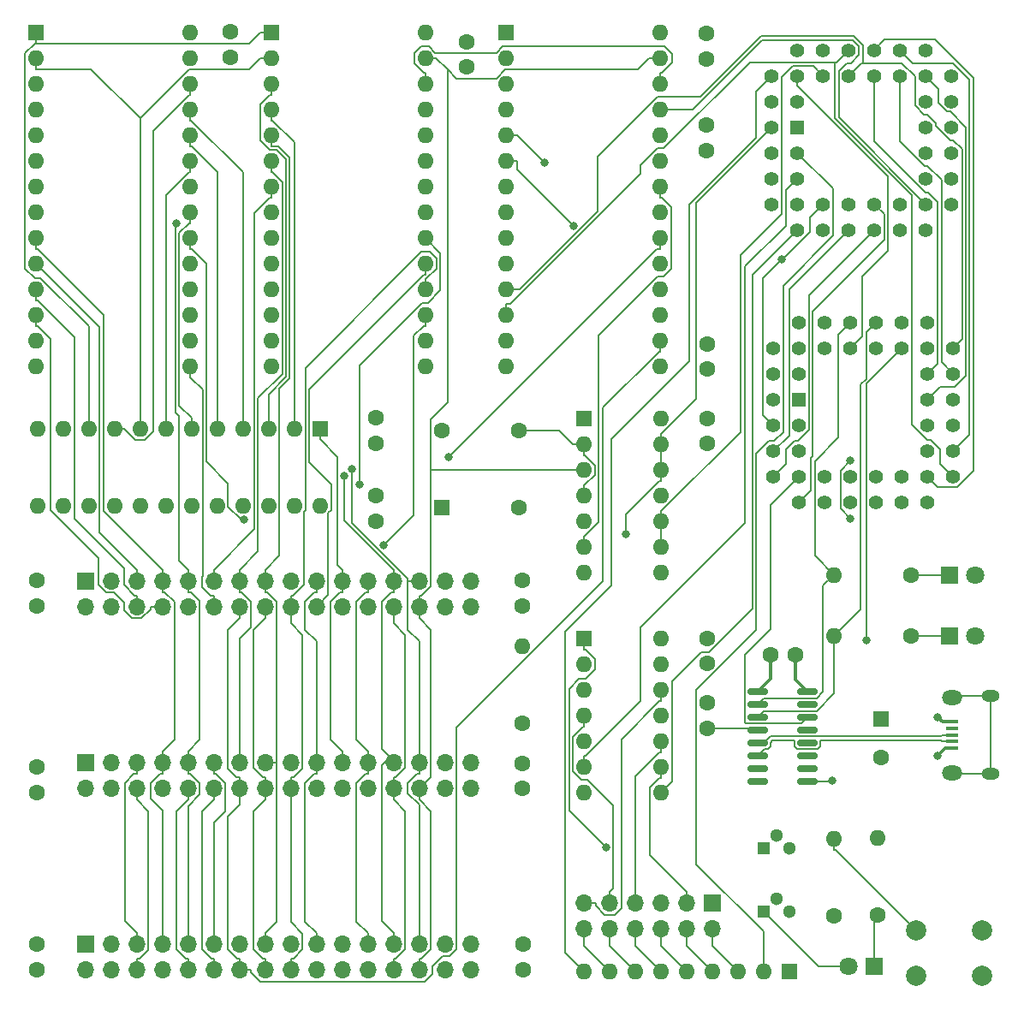
<source format=gbr>
%TF.GenerationSoftware,KiCad,Pcbnew,(6.0.5-0)*%
%TF.CreationDate,2022-06-16T16:01:58+02:00*%
%TF.ProjectId,n8 bit special,6e382062-6974-4207-9370-656369616c2e,2*%
%TF.SameCoordinates,Original*%
%TF.FileFunction,Copper,L1,Top*%
%TF.FilePolarity,Positive*%
%FSLAX46Y46*%
G04 Gerber Fmt 4.6, Leading zero omitted, Abs format (unit mm)*
G04 Created by KiCad (PCBNEW (6.0.5-0)) date 2022-06-16 16:01:58*
%MOMM*%
%LPD*%
G01*
G04 APERTURE LIST*
G04 Aperture macros list*
%AMRoundRect*
0 Rectangle with rounded corners*
0 $1 Rounding radius*
0 $2 $3 $4 $5 $6 $7 $8 $9 X,Y pos of 4 corners*
0 Add a 4 corners polygon primitive as box body*
4,1,4,$2,$3,$4,$5,$6,$7,$8,$9,$2,$3,0*
0 Add four circle primitives for the rounded corners*
1,1,$1+$1,$2,$3*
1,1,$1+$1,$4,$5*
1,1,$1+$1,$6,$7*
1,1,$1+$1,$8,$9*
0 Add four rect primitives between the rounded corners*
20,1,$1+$1,$2,$3,$4,$5,0*
20,1,$1+$1,$4,$5,$6,$7,0*
20,1,$1+$1,$6,$7,$8,$9,0*
20,1,$1+$1,$8,$9,$2,$3,0*%
G04 Aperture macros list end*
%TA.AperFunction,ComponentPad*%
%ADD10R,1.600000X1.600000*%
%TD*%
%TA.AperFunction,ComponentPad*%
%ADD11O,1.600000X1.600000*%
%TD*%
%TA.AperFunction,ComponentPad*%
%ADD12C,1.600000*%
%TD*%
%TA.AperFunction,SMDPad,CuDef*%
%ADD13R,1.300000X0.450000*%
%TD*%
%TA.AperFunction,ComponentPad*%
%ADD14O,1.800000X1.150000*%
%TD*%
%TA.AperFunction,ComponentPad*%
%ADD15O,2.000000X1.450000*%
%TD*%
%TA.AperFunction,ComponentPad*%
%ADD16R,1.300000X1.300000*%
%TD*%
%TA.AperFunction,ComponentPad*%
%ADD17C,1.300000*%
%TD*%
%TA.AperFunction,ComponentPad*%
%ADD18R,1.800000X1.800000*%
%TD*%
%TA.AperFunction,ComponentPad*%
%ADD19C,1.800000*%
%TD*%
%TA.AperFunction,ComponentPad*%
%ADD20R,1.422400X1.422400*%
%TD*%
%TA.AperFunction,ComponentPad*%
%ADD21C,1.422400*%
%TD*%
%TA.AperFunction,ComponentPad*%
%ADD22R,1.700000X1.700000*%
%TD*%
%TA.AperFunction,ComponentPad*%
%ADD23O,1.700000X1.700000*%
%TD*%
%TA.AperFunction,ComponentPad*%
%ADD24C,2.000000*%
%TD*%
%TA.AperFunction,SMDPad,CuDef*%
%ADD25RoundRect,0.150000X-0.825000X-0.150000X0.825000X-0.150000X0.825000X0.150000X-0.825000X0.150000X0*%
%TD*%
%TA.AperFunction,ViaPad*%
%ADD26C,0.800000*%
%TD*%
%TA.AperFunction,Conductor*%
%ADD27C,0.300000*%
%TD*%
%TA.AperFunction,Conductor*%
%ADD28C,0.154000*%
%TD*%
%TA.AperFunction,Conductor*%
%ADD29C,0.200000*%
%TD*%
G04 APERTURE END LIST*
D10*
%TO.P,U6,1,CLK/IN1*%
%TO.N,CLK*%
X118745000Y-82537300D03*
D11*
%TO.P,U6,2,IN2*%
%TO.N,/A6*%
X116205000Y-82537300D03*
%TO.P,U6,3,IN3*%
%TO.N,/A7*%
X113665000Y-82537300D03*
%TO.P,U6,4,IN4/PD*%
%TO.N,/A8*%
X111125000Y-82537300D03*
%TO.P,U6,5,IN5*%
%TO.N,/A9*%
X108585000Y-82537300D03*
%TO.P,U6,6,IN6*%
%TO.N,/A10*%
X106045000Y-82537300D03*
%TO.P,U6,7,IN7*%
%TO.N,/A11*%
X103505000Y-82537300D03*
%TO.P,U6,8,IN8*%
%TO.N,/A12*%
X100965000Y-82537300D03*
%TO.P,U6,9,IN9*%
%TO.N,/A13*%
X98425000Y-82537300D03*
%TO.P,U6,10,IN10*%
%TO.N,/A14*%
X95885000Y-82537300D03*
%TO.P,U6,11,IN11*%
%TO.N,/A15*%
X93345000Y-82537300D03*
%TO.P,U6,12,GND*%
%TO.N,GND*%
X90805000Y-82537300D03*
%TO.P,U6,13,IN12*%
%TO.N,R~{W}*%
X90805000Y-90157300D03*
%TO.P,U6,14,IO13*%
%TO.N,FUTURE1*%
X93345000Y-90157300D03*
%TO.P,U6,15,IO14*%
%TO.N,FUTURE0*%
X95885000Y-90157300D03*
%TO.P,U6,16,IO15*%
%TO.N,unconnected-(U6-Pad16)*%
X98425000Y-90157300D03*
%TO.P,U6,17,IO16*%
%TO.N,~{UART_CS}*%
X100965000Y-90157300D03*
%TO.P,U6,18,IO17*%
%TO.N,~{PORT2_CS}*%
X103505000Y-90157300D03*
%TO.P,U6,19,IO18*%
%TO.N,~{PORT1_CS}*%
X106045000Y-90157300D03*
%TO.P,U6,20,IO19*%
%TO.N,~{PORT0_CS}*%
X108585000Y-90157300D03*
%TO.P,U6,21,IO20*%
%TO.N,~{RAM2_CS}*%
X111125000Y-90157300D03*
%TO.P,U6,22,IO21*%
%TO.N,~{RAM1_CS}*%
X113665000Y-90157300D03*
%TO.P,U6,23,IO22*%
%TO.N,~{ROM_CS}*%
X116205000Y-90157300D03*
%TO.P,U6,24,VCC*%
%TO.N,+5V*%
X118745000Y-90157300D03*
%TD*%
D12*
%TO.P,C11,1*%
%TO.N,+5V*%
X156972000Y-55041800D03*
%TO.P,C11,2*%
%TO.N,GND*%
X156972000Y-52541800D03*
%TD*%
D10*
%TO.P,U4,1,A14*%
%TO.N,/A14*%
X90678000Y-43370500D03*
D11*
%TO.P,U4,2,A12*%
%TO.N,/A12*%
X90678000Y-45910500D03*
%TO.P,U4,3,A7*%
%TO.N,/A7*%
X90678000Y-48450500D03*
%TO.P,U4,4,A6*%
%TO.N,/A6*%
X90678000Y-50990500D03*
%TO.P,U4,5,A5*%
%TO.N,/A5*%
X90678000Y-53530500D03*
%TO.P,U4,6,A4*%
%TO.N,/A4*%
X90678000Y-56070500D03*
%TO.P,U4,7,A3*%
%TO.N,/A3*%
X90678000Y-58610500D03*
%TO.P,U4,8,A2*%
%TO.N,/A2*%
X90678000Y-61150500D03*
%TO.P,U4,9,A1*%
%TO.N,/A1*%
X90678000Y-63690500D03*
%TO.P,U4,10,A0*%
%TO.N,/A0*%
X90678000Y-66230500D03*
%TO.P,U4,11,D0*%
%TO.N,/D0*%
X90678000Y-68770500D03*
%TO.P,U4,12,D1*%
%TO.N,/D1*%
X90678000Y-71310500D03*
%TO.P,U4,13,D2*%
%TO.N,/D2*%
X90678000Y-73850500D03*
%TO.P,U4,14,GND*%
%TO.N,GND*%
X90678000Y-76390500D03*
%TO.P,U4,15,D3*%
%TO.N,/D3*%
X105918000Y-76390500D03*
%TO.P,U4,16,D4*%
%TO.N,/D4*%
X105918000Y-73850500D03*
%TO.P,U4,17,D5*%
%TO.N,/D5*%
X105918000Y-71310500D03*
%TO.P,U4,18,D6*%
%TO.N,/D6*%
X105918000Y-68770500D03*
%TO.P,U4,19,D7*%
%TO.N,/D7*%
X105918000Y-66230500D03*
%TO.P,U4,20,~{CS}*%
%TO.N,~{ROM_CS}*%
X105918000Y-63690500D03*
%TO.P,U4,21,A10*%
%TO.N,/A10*%
X105918000Y-61150500D03*
%TO.P,U4,22,~{OE}*%
%TO.N,~{READ}*%
X105918000Y-58610500D03*
%TO.P,U4,23,A11*%
%TO.N,/A11*%
X105918000Y-56070500D03*
%TO.P,U4,24,A9*%
%TO.N,/A9*%
X105918000Y-53530500D03*
%TO.P,U4,25,A8*%
%TO.N,/A8*%
X105918000Y-50990500D03*
%TO.P,U4,26,A13*%
%TO.N,/A13*%
X105918000Y-48450500D03*
%TO.P,U4,27,~{WE}*%
%TO.N,+5V*%
X105918000Y-45910500D03*
%TO.P,U4,28,VCC*%
X105918000Y-43370500D03*
%TD*%
D10*
%TO.P,U3,1,A14*%
%TO.N,/A14*%
X113919000Y-43370500D03*
D11*
%TO.P,U3,2,A12*%
%TO.N,/A12*%
X113919000Y-45910500D03*
%TO.P,U3,3,A7*%
%TO.N,/A7*%
X113919000Y-48450500D03*
%TO.P,U3,4,A6*%
%TO.N,/A6*%
X113919000Y-50990500D03*
%TO.P,U3,5,A5*%
%TO.N,/A5*%
X113919000Y-53530500D03*
%TO.P,U3,6,A4*%
%TO.N,/A4*%
X113919000Y-56070500D03*
%TO.P,U3,7,A3*%
%TO.N,/A3*%
X113919000Y-58610500D03*
%TO.P,U3,8,A2*%
%TO.N,/A2*%
X113919000Y-61150500D03*
%TO.P,U3,9,A1*%
%TO.N,/A1*%
X113919000Y-63690500D03*
%TO.P,U3,10,A0*%
%TO.N,/A0*%
X113919000Y-66230500D03*
%TO.P,U3,11,Q0*%
%TO.N,/D0*%
X113919000Y-68770500D03*
%TO.P,U3,12,Q1*%
%TO.N,/D1*%
X113919000Y-71310500D03*
%TO.P,U3,13,Q2*%
%TO.N,/D2*%
X113919000Y-73850500D03*
%TO.P,U3,14,GND*%
%TO.N,GND*%
X113919000Y-76390500D03*
%TO.P,U3,15,Q3*%
%TO.N,/D3*%
X129159000Y-76390500D03*
%TO.P,U3,16,Q4*%
%TO.N,/D4*%
X129159000Y-73850500D03*
%TO.P,U3,17,Q5*%
%TO.N,/D5*%
X129159000Y-71310500D03*
%TO.P,U3,18,Q6*%
%TO.N,/D6*%
X129159000Y-68770500D03*
%TO.P,U3,19,Q7*%
%TO.N,/D7*%
X129159000Y-66230500D03*
%TO.P,U3,20,~{CS}*%
%TO.N,~{RAM2_CS}*%
X129159000Y-63690500D03*
%TO.P,U3,21,A10*%
%TO.N,/A10*%
X129159000Y-61150500D03*
%TO.P,U3,22,~{OE}*%
%TO.N,~{READ}*%
X129159000Y-58610500D03*
%TO.P,U3,23,A11*%
%TO.N,/A11*%
X129159000Y-56070500D03*
%TO.P,U3,24,A9*%
%TO.N,/A9*%
X129159000Y-53530500D03*
%TO.P,U3,25,A8*%
%TO.N,/A8*%
X129159000Y-50990500D03*
%TO.P,U3,26,A13*%
%TO.N,/A13*%
X129159000Y-48450500D03*
%TO.P,U3,27,~{WE}*%
%TO.N,~{WRITE}*%
X129159000Y-45910500D03*
%TO.P,U3,28,VCC*%
%TO.N,+5V*%
X129159000Y-43370500D03*
%TD*%
D10*
%TO.P,U2,1,A14*%
%TO.N,/A14*%
X137160000Y-43370500D03*
D11*
%TO.P,U2,2,A12*%
%TO.N,/A12*%
X137160000Y-45910500D03*
%TO.P,U2,3,A7*%
%TO.N,/A7*%
X137160000Y-48450500D03*
%TO.P,U2,4,A6*%
%TO.N,/A6*%
X137160000Y-50990500D03*
%TO.P,U2,5,A5*%
%TO.N,/A5*%
X137160000Y-53530500D03*
%TO.P,U2,6,A4*%
%TO.N,/A4*%
X137160000Y-56070500D03*
%TO.P,U2,7,A3*%
%TO.N,/A3*%
X137160000Y-58610500D03*
%TO.P,U2,8,A2*%
%TO.N,/A2*%
X137160000Y-61150500D03*
%TO.P,U2,9,A1*%
%TO.N,/A1*%
X137160000Y-63690500D03*
%TO.P,U2,10,A0*%
%TO.N,/A0*%
X137160000Y-66230500D03*
%TO.P,U2,11,Q0*%
%TO.N,/D0*%
X137160000Y-68770500D03*
%TO.P,U2,12,Q1*%
%TO.N,/D1*%
X137160000Y-71310500D03*
%TO.P,U2,13,Q2*%
%TO.N,/D2*%
X137160000Y-73850500D03*
%TO.P,U2,14,GND*%
%TO.N,GND*%
X137160000Y-76390500D03*
%TO.P,U2,15,Q3*%
%TO.N,/D3*%
X152400000Y-76390500D03*
%TO.P,U2,16,Q4*%
%TO.N,/D4*%
X152400000Y-73850500D03*
%TO.P,U2,17,Q5*%
%TO.N,/D5*%
X152400000Y-71310500D03*
%TO.P,U2,18,Q6*%
%TO.N,/D6*%
X152400000Y-68770500D03*
%TO.P,U2,19,Q7*%
%TO.N,/D7*%
X152400000Y-66230500D03*
%TO.P,U2,20,~{CS}*%
%TO.N,~{RAM1_CS}*%
X152400000Y-63690500D03*
%TO.P,U2,21,A10*%
%TO.N,/A10*%
X152400000Y-61150500D03*
%TO.P,U2,22,~{OE}*%
%TO.N,~{READ}*%
X152400000Y-58610500D03*
%TO.P,U2,23,A11*%
%TO.N,/A11*%
X152400000Y-56070500D03*
%TO.P,U2,24,A9*%
%TO.N,/A9*%
X152400000Y-53530500D03*
%TO.P,U2,25,A8*%
%TO.N,/A8*%
X152400000Y-50990500D03*
%TO.P,U2,26,A13*%
%TO.N,/A13*%
X152400000Y-48450500D03*
%TO.P,U2,27,~{WE}*%
%TO.N,~{WRITE}*%
X152400000Y-45910500D03*
%TO.P,U2,28,VCC*%
%TO.N,+5V*%
X152400000Y-43370500D03*
%TD*%
D12*
%TO.P,C13,1*%
%TO.N,+5V*%
X133223000Y-44297600D03*
%TO.P,C13,2*%
%TO.N,GND*%
X133223000Y-46797600D03*
%TD*%
D10*
%TO.P,X1,1,EN*%
%TO.N,unconnected-(X1-Pad1)*%
X130785000Y-90373200D03*
D12*
%TO.P,X1,4,GND*%
%TO.N,GND*%
X138405000Y-90373200D03*
%TO.P,X1,5,OUT*%
%TO.N,CLK*%
X138405000Y-82753200D03*
%TO.P,X1,8,Vcc*%
%TO.N,+5V*%
X130785000Y-82753200D03*
%TD*%
D13*
%TO.P,J1,1,VBUS*%
%TO.N,+5V*%
X181241000Y-114151600D03*
%TO.P,J1,2,D-*%
%TO.N,USB_D-*%
X181241000Y-113501600D03*
%TO.P,J1,3,D+*%
%TO.N,USB_D+*%
X181241000Y-112851600D03*
%TO.P,J1,4,ID*%
%TO.N,unconnected-(J1-Pad4)*%
X181241000Y-112201600D03*
%TO.P,J1,5,GND*%
%TO.N,GND*%
X181241000Y-111551600D03*
D14*
%TO.P,J1,6,Shield*%
%TO.N,unconnected-(J1-Pad6)*%
X185091000Y-108976600D03*
X185091000Y-116726600D03*
D15*
X181291000Y-109126600D03*
X181291000Y-116576600D03*
%TD*%
D12*
%TO.P,R1,1*%
%TO.N,Net-(D1-Pad1)*%
X173888000Y-130696000D03*
D11*
%TO.P,R1,2*%
%TO.N,GND*%
X173888000Y-123076000D03*
%TD*%
D16*
%TO.P,Q1,1,E*%
%TO.N,Net-(D1-Pad2)*%
X162611000Y-130315000D03*
D17*
%TO.P,Q1,2,B*%
%TO.N,Net-(Q1-Pad2)*%
X163881000Y-129045000D03*
%TO.P,Q1,3,C*%
%TO.N,+5V*%
X165151000Y-130315000D03*
%TD*%
D18*
%TO.P,D1,1,K*%
%TO.N,Net-(D1-Pad1)*%
X173533000Y-135712000D03*
D19*
%TO.P,D1,2,A*%
%TO.N,Net-(D1-Pad2)*%
X170993000Y-135712000D03*
%TD*%
D16*
%TO.P,U7,1,~{RES}*%
%TO.N,~{RES}*%
X162611000Y-124028000D03*
D17*
%TO.P,U7,2,VCC*%
%TO.N,+5V*%
X163881000Y-122758000D03*
%TO.P,U7,3,GND*%
%TO.N,GND*%
X165151000Y-124028000D03*
%TD*%
D12*
%TO.P,R4,1*%
%TO.N,Net-(Q1-Pad2)*%
X169532000Y-130746000D03*
D11*
%TO.P,R4,2*%
%TO.N,~{RES}*%
X169532000Y-123126000D03*
%TD*%
D12*
%TO.P,C12,1*%
%TO.N,+5V*%
X156947000Y-43459400D03*
%TO.P,C12,2*%
%TO.N,GND*%
X156947000Y-45959400D03*
%TD*%
%TO.P,C14,1*%
%TO.N,+5V*%
X109918000Y-43307000D03*
%TO.P,C14,2*%
%TO.N,GND*%
X109918000Y-45807000D03*
%TD*%
%TO.P,C17,1*%
%TO.N,+5V*%
X157036000Y-76657200D03*
%TO.P,C17,2*%
%TO.N,GND*%
X157036000Y-74157200D03*
%TD*%
%TO.P,C18,1*%
%TO.N,+5V*%
X165791200Y-104952800D03*
%TO.P,C18,2*%
%TO.N,GND*%
X163291200Y-104952800D03*
%TD*%
D20*
%TO.P,U5,1,NC1*%
%TO.N,unconnected-(U5-Pad1)*%
X166116000Y-79679800D03*
D21*
%TO.P,U5,2,A0*%
%TO.N,/A0*%
X163576000Y-82219800D03*
%TO.P,U5,3,IP3*%
%TO.N,unconnected-(U5-Pad3)*%
X166116000Y-82219800D03*
%TO.P,U5,4,A1*%
%TO.N,/A1*%
X163576000Y-84759800D03*
%TO.P,U5,5,IP1*%
%TO.N,unconnected-(U5-Pad5)*%
X166116000Y-84759800D03*
%TO.P,U5,6,A2*%
%TO.N,/A2*%
X163576000Y-87299800D03*
%TO.P,U5,7,A3*%
%TO.N,/A3*%
X166116000Y-89839800D03*
%TO.P,U5,8,IP0*%
%TO.N,~{CTS}*%
X166116000Y-87299800D03*
%TO.P,U5,9,~{WRN}*%
%TO.N,~{WRITE}*%
X168656000Y-89839800D03*
%TO.P,U5,10,~{RDN}*%
%TO.N,~{READ}*%
X168656000Y-87299800D03*
%TO.P,U5,11,RxDB*%
%TO.N,unconnected-(U5-Pad11)*%
X171196000Y-89839800D03*
%TO.P,U5,12,I/M*%
%TO.N,+5V*%
X171196000Y-87299800D03*
%TO.P,U5,13,TxDB*%
%TO.N,unconnected-(U5-Pad13)*%
X173736000Y-89839800D03*
%TO.P,U5,14,OP1*%
%TO.N,unconnected-(U5-Pad14)*%
X173736000Y-87299800D03*
%TO.P,U5,15,OP3*%
%TO.N,unconnected-(U5-Pad15)*%
X176276000Y-89839800D03*
%TO.P,U5,16,OP5*%
%TO.N,unconnected-(U5-Pad16)*%
X176276000Y-87299800D03*
%TO.P,U5,17,OP7*%
%TO.N,unconnected-(U5-Pad17)*%
X178816000Y-89839800D03*
%TO.P,U5,18,D1*%
%TO.N,/D1*%
X181356000Y-87299800D03*
%TO.P,U5,19,D3*%
%TO.N,/D3*%
X178816000Y-87299800D03*
%TO.P,U5,20,D5*%
%TO.N,/D5*%
X181356000Y-84759800D03*
%TO.P,U5,21,D7*%
%TO.N,/D7*%
X178816000Y-84759800D03*
%TO.P,U5,22,GND*%
%TO.N,GND*%
X181356000Y-82219800D03*
%TO.P,U5,23,NC23*%
%TO.N,unconnected-(U5-Pad23)*%
X178816000Y-82219800D03*
%TO.P,U5,24,~{INTRN}*%
%TO.N,~{UART_IRQ}*%
X181356000Y-79679800D03*
%TO.P,U5,25,D6*%
%TO.N,/D6*%
X178816000Y-79679800D03*
%TO.P,U5,26,D4*%
%TO.N,/D4*%
X181356000Y-77139800D03*
%TO.P,U5,27,D2*%
%TO.N,/D2*%
X178816000Y-77139800D03*
%TO.P,U5,28,D0*%
%TO.N,/D0*%
X181356000Y-74599800D03*
%TO.P,U5,29,OP6*%
%TO.N,unconnected-(U5-Pad29)*%
X178816000Y-72059800D03*
%TO.P,U5,30,OP4*%
%TO.N,unconnected-(U5-Pad30)*%
X178816000Y-74599800D03*
%TO.P,U5,31,OP2*%
%TO.N,unconnected-(U5-Pad31)*%
X176276000Y-72059800D03*
%TO.P,U5,32,OP0*%
%TO.N,~{RTS}*%
X176276000Y-74599800D03*
%TO.P,U5,33,TxDA*%
%TO.N,TxD*%
X173736000Y-72059800D03*
%TO.P,U5,34,NC34*%
%TO.N,unconnected-(U5-Pad34)*%
X173736000Y-74599800D03*
%TO.P,U5,35,RxDA*%
%TO.N,RxD*%
X171196000Y-72059800D03*
%TO.P,U5,36,X1/CLK*%
%TO.N,CLK*%
X171196000Y-74599800D03*
%TO.P,U5,37,X2*%
%TO.N,unconnected-(U5-Pad37)*%
X168656000Y-72059800D03*
%TO.P,U5,38,RESET*%
%TO.N,UART_RES*%
X168656000Y-74599800D03*
%TO.P,U5,39,~{CEN}*%
%TO.N,~{UART_CS}*%
X166116000Y-72059800D03*
%TO.P,U5,40,IP2*%
%TO.N,unconnected-(U5-Pad40)*%
X163576000Y-74599800D03*
%TO.P,U5,41,IP6*%
%TO.N,unconnected-(U5-Pad41)*%
X166116000Y-74599800D03*
%TO.P,U5,42,IP5*%
%TO.N,unconnected-(U5-Pad42)*%
X163576000Y-77139800D03*
%TO.P,U5,43,IP4*%
%TO.N,unconnected-(U5-Pad43)*%
X166116000Y-77139800D03*
%TO.P,U5,44,VCC*%
%TO.N,+5V*%
X163576000Y-79679800D03*
%TD*%
D12*
%TO.P,C15,1*%
%TO.N,GND*%
X124282000Y-89179400D03*
%TO.P,C15,2*%
%TO.N,+5V*%
X124282000Y-91679400D03*
%TD*%
D22*
%TO.P,J6,1,Pin_1*%
%TO.N,PORT0_IRQ_PULLUP*%
X157569000Y-129489000D03*
D23*
%TO.P,J6,2,Pin_2*%
%TO.N,Net-(J6-Pad2)*%
X157569000Y-132029000D03*
%TO.P,J6,3,Pin_3*%
%TO.N,PORT0_NMI_PULLUP*%
X155029000Y-129489000D03*
%TO.P,J6,4,Pin_4*%
%TO.N,Net-(J6-Pad4)*%
X155029000Y-132029000D03*
%TO.P,J6,5,Pin_5*%
%TO.N,PORT1_IRQ_PULLUP*%
X152489000Y-129489000D03*
%TO.P,J6,6,Pin_6*%
%TO.N,Net-(J6-Pad6)*%
X152489000Y-132029000D03*
%TO.P,J6,7,Pin_7*%
%TO.N,PORT1_NMI_PULLUP*%
X149949000Y-129489000D03*
%TO.P,J6,8,Pin_8*%
%TO.N,Net-(J6-Pad8)*%
X149949000Y-132029000D03*
%TO.P,J6,9,Pin_9*%
%TO.N,PORT2_IRQ_PULLUP*%
X147409000Y-129489000D03*
%TO.P,J6,10,Pin_10*%
%TO.N,Net-(J6-Pad10)*%
X147409000Y-132029000D03*
%TO.P,J6,11,Pin_11*%
%TO.N,PORT2_NMI_PULLUP*%
X144869000Y-129489000D03*
%TO.P,J6,12,Pin_12*%
%TO.N,Net-(J6-Pad12)*%
X144869000Y-132029000D03*
%TD*%
D10*
%TO.P,RN1,1,common*%
%TO.N,+5V*%
X165176000Y-136233000D03*
D11*
%TO.P,RN1,2,R1*%
%TO.N,RDY_PULLUP*%
X162636000Y-136233000D03*
%TO.P,RN1,3,R2*%
%TO.N,Net-(J6-Pad2)*%
X160096000Y-136233000D03*
%TO.P,RN1,4,R3*%
%TO.N,Net-(J6-Pad4)*%
X157556000Y-136233000D03*
%TO.P,RN1,5,R4*%
%TO.N,Net-(J6-Pad6)*%
X155016000Y-136233000D03*
%TO.P,RN1,6,R5*%
%TO.N,Net-(J6-Pad8)*%
X152476000Y-136233000D03*
%TO.P,RN1,7,R6*%
%TO.N,Net-(J6-Pad10)*%
X149936000Y-136233000D03*
%TO.P,RN1,8,R7*%
%TO.N,Net-(J6-Pad12)*%
X147396000Y-136233000D03*
%TO.P,RN1,9,R8*%
%TO.N,BE_PULLUP*%
X144856000Y-136233000D03*
%TD*%
D12*
%TO.P,C9,1*%
%TO.N,+5V*%
X157048000Y-103289000D03*
%TO.P,C9,2*%
%TO.N,GND*%
X157048000Y-105789000D03*
%TD*%
D10*
%TO.P,U9,1*%
%TO.N,PORT0_IRQ_PULLUP*%
X144856000Y-103314000D03*
D11*
%TO.P,U9,2*%
%TO.N,PORT1_IRQ_PULLUP*%
X144856000Y-105854000D03*
%TO.P,U9,3*%
%TO.N,N/C*%
X144856000Y-108394000D03*
%TO.P,U9,4*%
%TO.N,PORT2_IRQ_PULLUP*%
X144856000Y-110934000D03*
%TO.P,U9,5*%
%TO.N,~{UART_IRQ}*%
X144856000Y-113474000D03*
%TO.P,U9,6*%
%TO.N,~{IRQ}*%
X144856000Y-116014000D03*
%TO.P,U9,7,GND*%
%TO.N,GND*%
X144856000Y-118554000D03*
%TO.P,U9,8*%
%TO.N,~{NMI}*%
X152476000Y-118554000D03*
%TO.P,U9,9*%
%TO.N,PORT0_NMI_PULLUP*%
X152476000Y-116014000D03*
%TO.P,U9,10*%
%TO.N,PORT1_NMI_PULLUP*%
X152476000Y-113474000D03*
%TO.P,U9,11*%
%TO.N,N/C*%
X152476000Y-110934000D03*
%TO.P,U9,12*%
%TO.N,PORT2_NMI_PULLUP*%
X152476000Y-108394000D03*
%TO.P,U9,13*%
%TO.N,+5V*%
X152476000Y-105854000D03*
%TO.P,U9,14,VCC*%
X152476000Y-103314000D03*
%TD*%
D10*
%TO.P,U10,1*%
%TO.N,Net-(U10-Pad1)*%
X144831000Y-81559400D03*
D11*
%TO.P,U10,2*%
%TO.N,CLK*%
X144831000Y-84099400D03*
%TO.P,U10,3*%
%TO.N,~{WRITE}*%
X144831000Y-86639400D03*
%TO.P,U10,4*%
%TO.N,CLK*%
X144831000Y-89179400D03*
%TO.P,U10,5*%
%TO.N,R~{W}*%
X144831000Y-91719400D03*
%TO.P,U10,6*%
%TO.N,~{READ}*%
X144831000Y-94259400D03*
%TO.P,U10,7,GND*%
%TO.N,GND*%
X144831000Y-96799400D03*
%TO.P,U10,8*%
%TO.N,Net-(U10-Pad1)*%
X152451000Y-96799400D03*
%TO.P,U10,9*%
%TO.N,R~{W}*%
X152451000Y-94259400D03*
%TO.P,U10,10*%
X152451000Y-91719400D03*
%TO.P,U10,11*%
%TO.N,UART_RES*%
X152451000Y-89179400D03*
%TO.P,U10,12*%
%TO.N,~{RES}*%
X152451000Y-86639400D03*
%TO.P,U10,13*%
X152451000Y-84099400D03*
%TO.P,U10,14,VCC*%
%TO.N,+5V*%
X152451000Y-81559400D03*
%TD*%
D12*
%TO.P,C1,1*%
%TO.N,GND*%
X157036000Y-84048600D03*
%TO.P,C1,2*%
%TO.N,+5V*%
X157036000Y-81548600D03*
%TD*%
D22*
%TO.P,J3,1,Pin_1*%
%TO.N,+5V*%
X95539600Y-115603000D03*
D23*
%TO.P,J3,2,Pin_2*%
X95539600Y-118143000D03*
%TO.P,J3,3,Pin_3*%
%TO.N,GND*%
X98079600Y-115603000D03*
%TO.P,J3,4,Pin_4*%
X98079600Y-118143000D03*
%TO.P,J3,5,Pin_5*%
%TO.N,/A0*%
X100619600Y-115603000D03*
%TO.P,J3,6,Pin_6*%
%TO.N,/D0*%
X100619600Y-118143000D03*
%TO.P,J3,7,Pin_7*%
%TO.N,/A1*%
X103159600Y-115603000D03*
%TO.P,J3,8,Pin_8*%
%TO.N,/D1*%
X103159600Y-118143000D03*
%TO.P,J3,9,Pin_9*%
%TO.N,/A2*%
X105699600Y-115603000D03*
%TO.P,J3,10,Pin_10*%
%TO.N,/D2*%
X105699600Y-118143000D03*
%TO.P,J3,11,Pin_11*%
%TO.N,/A3*%
X108239600Y-115603000D03*
%TO.P,J3,12,Pin_12*%
%TO.N,/D3*%
X108239600Y-118143000D03*
%TO.P,J3,13,Pin_13*%
%TO.N,/A4*%
X110779600Y-115603000D03*
%TO.P,J3,14,Pin_14*%
%TO.N,/D4*%
X110779600Y-118143000D03*
%TO.P,J3,15,Pin_15*%
%TO.N,/A5*%
X113319600Y-115603000D03*
%TO.P,J3,16,Pin_16*%
%TO.N,/D5*%
X113319600Y-118143000D03*
%TO.P,J3,17,Pin_17*%
%TO.N,~{PORT1_CS}*%
X115859600Y-115603000D03*
%TO.P,J3,18,Pin_18*%
%TO.N,/D6*%
X115859600Y-118143000D03*
%TO.P,J3,19,Pin_19*%
%TO.N,R~{W}*%
X118399600Y-115603000D03*
%TO.P,J3,20,Pin_20*%
%TO.N,/D7*%
X118399600Y-118143000D03*
%TO.P,J3,21,Pin_21*%
%TO.N,CLK*%
X120939600Y-115603000D03*
%TO.P,J3,22,Pin_22*%
%TO.N,PORT1_IRQ_PULLUP*%
X120939600Y-118143000D03*
%TO.P,J3,23,Pin_23*%
%TO.N,~{RES}*%
X123479600Y-115603000D03*
%TO.P,J3,24,Pin_24*%
%TO.N,PORT1_NMI_PULLUP*%
X123479600Y-118143000D03*
%TO.P,J3,25,Pin_25*%
%TO.N,FUTURE0*%
X126019600Y-115603000D03*
%TO.P,J3,26,Pin_26*%
%TO.N,~{READ}*%
X126019600Y-118143000D03*
%TO.P,J3,27,Pin_27*%
%TO.N,FUTURE1*%
X128559600Y-115603000D03*
%TO.P,J3,28,Pin_28*%
%TO.N,~{WRITE}*%
X128559600Y-118143000D03*
%TO.P,J3,29,Pin_29*%
%TO.N,+5V*%
X131099600Y-115603000D03*
%TO.P,J3,30,Pin_30*%
X131099600Y-118143000D03*
%TO.P,J3,31,Pin_31*%
%TO.N,GND*%
X133639600Y-115603000D03*
%TO.P,J3,32,Pin_32*%
X133639600Y-118143000D03*
%TD*%
D12*
%TO.P,C8,1*%
%TO.N,+5V*%
X138770000Y-118161000D03*
%TO.P,C8,2*%
%TO.N,GND*%
X138770000Y-115661000D03*
%TD*%
%TO.P,C7,1*%
%TO.N,GND*%
X90723700Y-118516000D03*
%TO.P,C7,2*%
%TO.N,+5V*%
X90723700Y-116016000D03*
%TD*%
D22*
%TO.P,J4,1,Pin_1*%
%TO.N,+5V*%
X95541800Y-133560000D03*
D23*
%TO.P,J4,2,Pin_2*%
X95541800Y-136100000D03*
%TO.P,J4,3,Pin_3*%
%TO.N,GND*%
X98081800Y-133560000D03*
%TO.P,J4,4,Pin_4*%
X98081800Y-136100000D03*
%TO.P,J4,5,Pin_5*%
%TO.N,/A0*%
X100621800Y-133560000D03*
%TO.P,J4,6,Pin_6*%
%TO.N,/D0*%
X100621800Y-136100000D03*
%TO.P,J4,7,Pin_7*%
%TO.N,/A1*%
X103161800Y-133560000D03*
%TO.P,J4,8,Pin_8*%
%TO.N,/D1*%
X103161800Y-136100000D03*
%TO.P,J4,9,Pin_9*%
%TO.N,/A2*%
X105701800Y-133560000D03*
%TO.P,J4,10,Pin_10*%
%TO.N,/D2*%
X105701800Y-136100000D03*
%TO.P,J4,11,Pin_11*%
%TO.N,/A3*%
X108241800Y-133560000D03*
%TO.P,J4,12,Pin_12*%
%TO.N,/D3*%
X108241800Y-136100000D03*
%TO.P,J4,13,Pin_13*%
%TO.N,/A4*%
X110781800Y-133560000D03*
%TO.P,J4,14,Pin_14*%
%TO.N,/D4*%
X110781800Y-136100000D03*
%TO.P,J4,15,Pin_15*%
%TO.N,/A5*%
X113321800Y-133560000D03*
%TO.P,J4,16,Pin_16*%
%TO.N,/D5*%
X113321800Y-136100000D03*
%TO.P,J4,17,Pin_17*%
%TO.N,~{PORT2_CS}*%
X115861800Y-133560000D03*
%TO.P,J4,18,Pin_18*%
%TO.N,/D6*%
X115861800Y-136100000D03*
%TO.P,J4,19,Pin_19*%
%TO.N,R~{W}*%
X118401800Y-133560000D03*
%TO.P,J4,20,Pin_20*%
%TO.N,/D7*%
X118401800Y-136100000D03*
%TO.P,J4,21,Pin_21*%
%TO.N,CLK*%
X120941800Y-133560000D03*
%TO.P,J4,22,Pin_22*%
%TO.N,PORT2_IRQ_PULLUP*%
X120941800Y-136100000D03*
%TO.P,J4,23,Pin_23*%
%TO.N,~{RES}*%
X123481800Y-133560000D03*
%TO.P,J4,24,Pin_24*%
%TO.N,PORT2_NMI_PULLUP*%
X123481800Y-136100000D03*
%TO.P,J4,25,Pin_25*%
%TO.N,FUTURE0*%
X126021800Y-133560000D03*
%TO.P,J4,26,Pin_26*%
%TO.N,~{READ}*%
X126021800Y-136100000D03*
%TO.P,J4,27,Pin_27*%
%TO.N,FUTURE1*%
X128561800Y-133560000D03*
%TO.P,J4,28,Pin_28*%
%TO.N,~{WRITE}*%
X128561800Y-136100000D03*
%TO.P,J4,29,Pin_29*%
%TO.N,+5V*%
X131101800Y-133560000D03*
%TO.P,J4,30,Pin_30*%
X131101800Y-136100000D03*
%TO.P,J4,31,Pin_31*%
%TO.N,GND*%
X133641800Y-133560000D03*
%TO.P,J4,32,Pin_32*%
X133641800Y-136100000D03*
%TD*%
D12*
%TO.P,C4,1*%
%TO.N,+5V*%
X138803000Y-136068000D03*
%TO.P,C4,2*%
%TO.N,GND*%
X138803000Y-133568000D03*
%TD*%
%TO.P,C3,1*%
%TO.N,GND*%
X90723700Y-136063000D03*
%TO.P,C3,2*%
%TO.N,+5V*%
X90723700Y-133563000D03*
%TD*%
D22*
%TO.P,J2,1,Pin_1*%
%TO.N,+5V*%
X95539600Y-97637600D03*
D23*
%TO.P,J2,2,Pin_2*%
X95539600Y-100177600D03*
%TO.P,J2,3,Pin_3*%
%TO.N,GND*%
X98079600Y-97637600D03*
%TO.P,J2,4,Pin_4*%
X98079600Y-100177600D03*
%TO.P,J2,5,Pin_5*%
%TO.N,/A0*%
X100619600Y-97637600D03*
%TO.P,J2,6,Pin_6*%
%TO.N,/D0*%
X100619600Y-100177600D03*
%TO.P,J2,7,Pin_7*%
%TO.N,/A1*%
X103159600Y-97637600D03*
%TO.P,J2,8,Pin_8*%
%TO.N,/D1*%
X103159600Y-100177600D03*
%TO.P,J2,9,Pin_9*%
%TO.N,/A2*%
X105699600Y-97637600D03*
%TO.P,J2,10,Pin_10*%
%TO.N,/D2*%
X105699600Y-100177600D03*
%TO.P,J2,11,Pin_11*%
%TO.N,/A3*%
X108239600Y-97637600D03*
%TO.P,J2,12,Pin_12*%
%TO.N,/D3*%
X108239600Y-100177600D03*
%TO.P,J2,13,Pin_13*%
%TO.N,/A4*%
X110779600Y-97637600D03*
%TO.P,J2,14,Pin_14*%
%TO.N,/D4*%
X110779600Y-100177600D03*
%TO.P,J2,15,Pin_15*%
%TO.N,/A5*%
X113319600Y-97637600D03*
%TO.P,J2,16,Pin_16*%
%TO.N,/D5*%
X113319600Y-100177600D03*
%TO.P,J2,17,Pin_17*%
%TO.N,~{PORT0_CS}*%
X115859600Y-97637600D03*
%TO.P,J2,18,Pin_18*%
%TO.N,/D6*%
X115859600Y-100177600D03*
%TO.P,J2,19,Pin_19*%
%TO.N,R~{W}*%
X118399600Y-97637600D03*
%TO.P,J2,20,Pin_20*%
%TO.N,/D7*%
X118399600Y-100177600D03*
%TO.P,J2,21,Pin_21*%
%TO.N,CLK*%
X120939600Y-97637600D03*
%TO.P,J2,22,Pin_22*%
%TO.N,PORT0_IRQ_PULLUP*%
X120939600Y-100177600D03*
%TO.P,J2,23,Pin_23*%
%TO.N,~{RES}*%
X123479600Y-97637600D03*
%TO.P,J2,24,Pin_24*%
%TO.N,PORT0_NMI_PULLUP*%
X123479600Y-100177600D03*
%TO.P,J2,25,Pin_25*%
%TO.N,FUTURE0*%
X126019600Y-97637600D03*
%TO.P,J2,26,Pin_26*%
%TO.N,~{READ}*%
X126019600Y-100177600D03*
%TO.P,J2,27,Pin_27*%
%TO.N,FUTURE1*%
X128559600Y-97637600D03*
%TO.P,J2,28,Pin_28*%
%TO.N,~{WRITE}*%
X128559600Y-100177600D03*
%TO.P,J2,29,Pin_29*%
%TO.N,+5V*%
X131099600Y-97637600D03*
%TO.P,J2,30,Pin_30*%
X131099600Y-100177600D03*
%TO.P,J2,31,Pin_31*%
%TO.N,GND*%
X133639600Y-97637600D03*
%TO.P,J2,32,Pin_32*%
X133639600Y-100177600D03*
%TD*%
D12*
%TO.P,C6,1*%
%TO.N,+5V*%
X138719000Y-100101000D03*
%TO.P,C6,2*%
%TO.N,GND*%
X138719000Y-97601000D03*
%TD*%
%TO.P,C5,1*%
%TO.N,GND*%
X90723700Y-100101000D03*
%TO.P,C5,2*%
%TO.N,+5V*%
X90723700Y-97601000D03*
%TD*%
D20*
%TO.P,U1,1,VSS*%
%TO.N,GND*%
X165964000Y-52730400D03*
D21*
%TO.P,U1,2,~{VP}*%
%TO.N,unconnected-(U1-Pad2)*%
X163424000Y-55270400D03*
%TO.P,U1,3,RDY*%
%TO.N,RDY_PULLUP*%
X165964000Y-55270400D03*
%TO.P,U1,4,\u03D51*%
%TO.N,unconnected-(U1-Pad4)*%
X163424000Y-57810400D03*
%TO.P,U1,5,~{IRQ}*%
%TO.N,~{IRQ}*%
X165964000Y-57810400D03*
%TO.P,U1,6,~{ML}*%
%TO.N,unconnected-(U1-Pad6)*%
X163424000Y-60350400D03*
%TO.P,U1,7,~{NMI}*%
%TO.N,~{NMI}*%
X165964000Y-62890400D03*
%TO.P,U1,8,SYNC*%
%TO.N,unconnected-(U1-Pad8)*%
X165964000Y-60350400D03*
%TO.P,U1,9,VDD*%
%TO.N,+5V*%
X168504000Y-62890400D03*
%TO.P,U1,10,A0*%
%TO.N,/A0*%
X168504000Y-60350400D03*
%TO.P,U1,11,A1*%
%TO.N,/A1*%
X171044000Y-62890400D03*
%TO.P,U1,12,nc*%
%TO.N,unconnected-(U1-Pad12)*%
X171044000Y-60350400D03*
%TO.P,U1,13,A2*%
%TO.N,/A2*%
X173584000Y-62890400D03*
%TO.P,U1,14,A3*%
%TO.N,/A3*%
X173584000Y-60350400D03*
%TO.P,U1,15,A4*%
%TO.N,/A4*%
X176124000Y-62890400D03*
%TO.P,U1,16,A5*%
%TO.N,/A5*%
X176124000Y-60350400D03*
%TO.P,U1,17,A6*%
%TO.N,/A6*%
X178664000Y-62890400D03*
%TO.P,U1,18,A7*%
%TO.N,/A7*%
X181204000Y-60350400D03*
%TO.P,U1,19,A8*%
%TO.N,/A8*%
X178664000Y-60350400D03*
%TO.P,U1,20,A9*%
%TO.N,/A9*%
X181204000Y-57810400D03*
%TO.P,U1,21,A10*%
%TO.N,/A10*%
X178664000Y-57810400D03*
%TO.P,U1,22,A11*%
%TO.N,/A11*%
X181204000Y-55270400D03*
%TO.P,U1,23,VSS*%
%TO.N,GND*%
X178664000Y-55270400D03*
%TO.P,U1,24,VSS*%
X181204000Y-52730400D03*
%TO.P,U1,25,A12*%
%TO.N,/A12*%
X178664000Y-52730400D03*
%TO.P,U1,26,A13*%
%TO.N,/A13*%
X181204000Y-50190400D03*
%TO.P,U1,27,A14*%
%TO.N,/A14*%
X178664000Y-50190400D03*
%TO.P,U1,28,A15*%
%TO.N,/A15*%
X181204000Y-47650400D03*
%TO.P,U1,29,D7*%
%TO.N,/D7*%
X178664000Y-45110400D03*
%TO.P,U1,30,D6*%
%TO.N,/D6*%
X178664000Y-47650400D03*
%TO.P,U1,31,D5*%
%TO.N,/D5*%
X176124000Y-45110400D03*
%TO.P,U1,32,D4*%
%TO.N,/D4*%
X176124000Y-47650400D03*
%TO.P,U1,33,D3*%
%TO.N,/D3*%
X173584000Y-45110400D03*
%TO.P,U1,34,D2*%
%TO.N,/D2*%
X173584000Y-47650400D03*
%TO.P,U1,35,D1*%
%TO.N,/D1*%
X171044000Y-45110400D03*
%TO.P,U1,36,D0*%
%TO.N,/D0*%
X171044000Y-47650400D03*
%TO.P,U1,37,VDD*%
%TO.N,+5V*%
X168504000Y-45110400D03*
%TO.P,U1,38,R/~{W}*%
%TO.N,R~{W}*%
X168504000Y-47650400D03*
%TO.P,U1,39,nc*%
%TO.N,unconnected-(U1-Pad39)*%
X165964000Y-45110400D03*
%TO.P,U1,40,BE*%
%TO.N,BE_PULLUP*%
X163424000Y-47650400D03*
%TO.P,U1,41,\u03D50*%
%TO.N,CLK*%
X165964000Y-47650400D03*
%TO.P,U1,42,~{SO}*%
%TO.N,+5V*%
X163424000Y-50190400D03*
%TO.P,U1,43,\u03D52O*%
%TO.N,unconnected-(U1-Pad43)*%
X165964000Y-50190400D03*
%TO.P,U1,44,~{RES}*%
%TO.N,~{RES}*%
X163424000Y-52730400D03*
%TD*%
D12*
%TO.P,C16,1*%
%TO.N,GND*%
X124244000Y-83997800D03*
%TO.P,C16,2*%
%TO.N,+5V*%
X124244000Y-81497800D03*
%TD*%
D24*
%TO.P,SW1,1,C*%
%TO.N,~{RES}*%
X184236000Y-132182000D03*
X177736000Y-132182000D03*
%TO.P,SW1,2,D*%
%TO.N,GND*%
X184236000Y-136682000D03*
X177736000Y-136682000D03*
%TD*%
D12*
%TO.P,R2,1*%
%TO.N,~{UART_IRQ}*%
X138735000Y-111679000D03*
D11*
%TO.P,R2,2*%
%TO.N,+5V*%
X138735000Y-104059000D03*
%TD*%
D10*
%TO.P,C2,1*%
%TO.N,+5V*%
X174193200Y-111278149D03*
D12*
%TO.P,C2,2*%
%TO.N,GND*%
X174193200Y-115078149D03*
%TD*%
%TO.P,C10,1*%
%TO.N,Net-(C10-Pad1)*%
X157048200Y-112166400D03*
%TO.P,C10,2*%
%TO.N,GND*%
X157048200Y-109666400D03*
%TD*%
%TO.P,R5,1*%
%TO.N,Net-(D3-Pad1)*%
X177190400Y-103050000D03*
D11*
%TO.P,R5,2*%
%TO.N,TxD*%
X169570400Y-103050000D03*
%TD*%
D18*
%TO.P,D2,1,K*%
%TO.N,Net-(D2-Pad1)*%
X181000400Y-97028000D03*
D19*
%TO.P,D2,2,A*%
%TO.N,+5V*%
X183540400Y-97028000D03*
%TD*%
D25*
%TO.P,U8,1,GND*%
%TO.N,GND*%
X162015400Y-108534200D03*
%TO.P,U8,2,TXD*%
%TO.N,RxD*%
X162015400Y-109804200D03*
%TO.P,U8,3,RXD*%
%TO.N,TxD*%
X162015400Y-111074200D03*
%TO.P,U8,4,V3*%
%TO.N,Net-(C10-Pad1)*%
X162015400Y-112344200D03*
%TO.P,U8,5,UD+*%
%TO.N,USB_D+*%
X162015400Y-113614200D03*
%TO.P,U8,6,UD-*%
%TO.N,USB_D-*%
X162015400Y-114884200D03*
%TO.P,U8,7,NC*%
%TO.N,unconnected-(U8-Pad7)*%
X162015400Y-116154200D03*
%TO.P,U8,8,NC*%
%TO.N,unconnected-(U8-Pad8)*%
X162015400Y-117424200D03*
%TO.P,U8,9,~{CTS}*%
%TO.N,~{RTS}*%
X166965400Y-117424200D03*
%TO.P,U8,10,~{DSR}*%
%TO.N,unconnected-(U8-Pad10)*%
X166965400Y-116154200D03*
%TO.P,U8,11,~{RI}*%
%TO.N,unconnected-(U8-Pad11)*%
X166965400Y-114884200D03*
%TO.P,U8,12,~{DCD}*%
%TO.N,unconnected-(U8-Pad12)*%
X166965400Y-113614200D03*
%TO.P,U8,13,~{DTR}*%
%TO.N,unconnected-(U8-Pad13)*%
X166965400Y-112344200D03*
%TO.P,U8,14,~{RTS}*%
%TO.N,~{CTS}*%
X166965400Y-111074200D03*
%TO.P,U8,15,R232*%
%TO.N,unconnected-(U8-Pad15)*%
X166965400Y-109804200D03*
%TO.P,U8,16,VCC*%
%TO.N,+5V*%
X166965400Y-108534200D03*
%TD*%
D18*
%TO.P,D3,1,K*%
%TO.N,Net-(D3-Pad1)*%
X181000400Y-103035000D03*
D19*
%TO.P,D3,2,A*%
%TO.N,+5V*%
X183540400Y-103035000D03*
%TD*%
D12*
%TO.P,R3,1*%
%TO.N,Net-(D2-Pad1)*%
X177190400Y-97028000D03*
D11*
%TO.P,R3,2*%
%TO.N,RxD*%
X169570400Y-97028000D03*
%TD*%
D26*
%TO.N,GND*%
X179832000Y-111099600D03*
%TO.N,+5V*%
X171170600Y-85725000D03*
X179832000Y-114909600D03*
X171221400Y-91465400D03*
%TO.N,~{RES}*%
X149008600Y-92954700D03*
%TO.N,/A0*%
X164413600Y-65804900D03*
%TO.N,/A2*%
X104574800Y-62254000D03*
%TO.N,/A4*%
X143818900Y-62493600D03*
%TO.N,/A5*%
X140962600Y-56255800D03*
%TO.N,/D5*%
X125057100Y-94062500D03*
%TO.N,PORT0_IRQ_PULLUP*%
X147053700Y-123981400D03*
%TO.N,FUTURE0*%
X121183100Y-87197100D03*
%TO.N,FUTURE1*%
X121928000Y-86519800D03*
%TO.N,~{RAM2_CS}*%
X122635400Y-88042200D03*
%TO.N,~{RAM1_CS}*%
X131440900Y-85373300D03*
%TO.N,~{ROM_CS}*%
X111235500Y-91566900D03*
%TO.N,~{RTS}*%
X172747500Y-103445950D03*
X169367200Y-117398800D03*
%TD*%
D27*
%TO.N,GND*%
X181241000Y-111551600D02*
X180284000Y-111551600D01*
X163291200Y-104952800D02*
X163291200Y-107258400D01*
X180284000Y-111551600D02*
X179832000Y-111099600D01*
X163291200Y-107258400D02*
X162015400Y-108534200D01*
D28*
%TO.N,+5V*%
X170207799Y-90451799D02*
X170207799Y-86687801D01*
X171221400Y-91465400D02*
X170207799Y-90451799D01*
D27*
X181241000Y-114151600D02*
X180590000Y-114151600D01*
X165791200Y-104952800D02*
X165791200Y-107360000D01*
D28*
X170207799Y-86687801D02*
X171170600Y-85725000D01*
D27*
X180590000Y-114151600D02*
X179832000Y-114909600D01*
X165791200Y-107360000D02*
X166965400Y-108534200D01*
D28*
%TO.N,Net-(D1-Pad1)*%
X173888000Y-130696000D02*
X173533000Y-131051000D01*
X173533000Y-131051000D02*
X173533000Y-135712000D01*
%TO.N,~{RES}*%
X169757300Y-124203300D02*
X169532000Y-124203300D01*
X122348800Y-117627500D02*
X123246000Y-116730300D01*
X149008600Y-91047500D02*
X149008600Y-92954700D01*
X152451000Y-87716700D02*
X152339400Y-87716700D01*
X123481800Y-132432700D02*
X122348800Y-131299700D01*
X152339400Y-87716700D02*
X149008600Y-91047500D01*
X152451000Y-86639400D02*
X152451000Y-84099400D01*
X152451000Y-86639400D02*
X152451000Y-87716700D01*
X155950700Y-79634000D02*
X155950700Y-60203700D01*
X169532000Y-123126000D02*
X169532000Y-124203300D01*
X123481800Y-133560000D02*
X123481800Y-132432700D01*
X155950700Y-60203700D02*
X163424000Y-52730400D01*
X123479600Y-115603000D02*
X123479600Y-116730300D01*
X123246000Y-116730300D02*
X123479600Y-116730300D01*
X177736000Y-132182000D02*
X169757300Y-124203300D01*
X122352200Y-99658700D02*
X123246000Y-98764900D01*
X123479600Y-114475700D02*
X122352200Y-113348300D01*
X123479600Y-97637600D02*
X123479600Y-98764900D01*
X123479600Y-115603000D02*
X123479600Y-114475700D01*
X122348800Y-131299700D02*
X122348800Y-117627500D01*
X122352200Y-113348300D02*
X122352200Y-99658700D01*
X152451000Y-84099400D02*
X152451000Y-83022100D01*
X152451000Y-83022100D02*
X152562600Y-83022100D01*
X152562600Y-83022100D02*
X155950700Y-79634000D01*
X123246000Y-98764900D02*
X123479600Y-98764900D01*
D29*
%TO.N,USB_D+*%
X181241000Y-112851600D02*
X180265999Y-112851600D01*
X180265999Y-112851600D02*
X180165999Y-112951600D01*
X163311603Y-112951600D02*
X162649003Y-113614200D01*
X180165999Y-112951600D02*
X163311603Y-112951600D01*
X162649003Y-113614200D02*
X162015400Y-113614200D01*
%TO.N,USB_D-*%
X163289920Y-113609680D02*
X163289920Y-113950397D01*
X163498000Y-113401600D02*
X163289920Y-113609680D01*
X168239920Y-113950397D02*
X167976597Y-114213720D01*
X180265999Y-113501600D02*
X180165999Y-113401600D01*
X167976597Y-114213720D02*
X165954203Y-114213720D01*
X165690880Y-113401600D02*
X163498000Y-113401600D01*
X181241000Y-113501600D02*
X180265999Y-113501600D01*
X163289920Y-113950397D02*
X163026597Y-114213720D01*
X165690880Y-113950397D02*
X165690880Y-113401600D01*
X168239920Y-113401600D02*
X168239920Y-113950397D01*
X163026597Y-114213720D02*
X162685880Y-114213720D01*
X180165999Y-113401600D02*
X168239920Y-113401600D01*
X165954203Y-114213720D02*
X165690880Y-113950397D01*
X162685880Y-114213720D02*
X162015400Y-114884200D01*
D28*
%TO.N,/A0*%
X162577500Y-81221300D02*
X162577500Y-67641000D01*
X90678000Y-66230500D02*
X96962400Y-72514900D01*
X99473600Y-131284500D02*
X100621800Y-132432700D01*
X100621800Y-133560000D02*
X100621800Y-132432700D01*
X167234100Y-61620300D02*
X168504000Y-60350400D01*
X167234100Y-63079600D02*
X167234100Y-61620300D01*
X100619600Y-116730300D02*
X100337800Y-116730300D01*
X100619600Y-115603000D02*
X100619600Y-116730300D01*
X162577500Y-67641000D02*
X164413600Y-65804900D01*
X99473600Y-117594500D02*
X99473600Y-131284500D01*
X96962400Y-72514900D02*
X96962400Y-92853100D01*
X96962400Y-92853100D02*
X100619600Y-96510300D01*
X163576000Y-82219800D02*
X162577500Y-81221300D01*
X100337800Y-116730300D02*
X99473600Y-117594500D01*
X100619600Y-97637600D02*
X100619600Y-96510300D01*
X164508800Y-65804900D02*
X167234100Y-63079600D01*
X164413600Y-65804900D02*
X164508800Y-65804900D01*
%TO.N,/D0*%
X100619600Y-118143000D02*
X100619600Y-119270300D01*
X172454700Y-46380400D02*
X172454700Y-44619500D01*
X179652600Y-52604100D02*
X181048900Y-54000400D01*
X146177300Y-55653800D02*
X146177300Y-61093300D01*
X146177300Y-61093300D02*
X138500100Y-68770500D01*
X176281800Y-46380400D02*
X177596000Y-47694600D01*
X137160000Y-68770500D02*
X138237300Y-68770500D01*
X182235600Y-54901100D02*
X182235600Y-73720200D01*
X100903600Y-134972700D02*
X100621800Y-134972700D01*
X100619600Y-100177600D02*
X100619600Y-99050300D01*
X90812700Y-69847800D02*
X94489700Y-73524800D01*
X101766700Y-120417400D02*
X101766700Y-134109600D01*
X94489700Y-73524800D02*
X94489700Y-91490100D01*
X172314000Y-46380400D02*
X172454700Y-46380400D01*
X181334900Y-54000400D02*
X182235600Y-54901100D01*
X162399200Y-43700700D02*
X156379400Y-49720500D01*
X90678000Y-68770500D02*
X90678000Y-69847800D01*
X178493000Y-51460400D02*
X178797900Y-51460400D01*
X172454700Y-46380400D02*
X176281800Y-46380400D01*
X99349600Y-98013900D02*
X100386000Y-99050300D01*
X152110600Y-49720500D02*
X146177300Y-55653800D01*
X177596000Y-47694600D02*
X177596000Y-50563400D01*
X156379400Y-49720500D02*
X152110600Y-49720500D01*
X181048900Y-54000400D02*
X181334900Y-54000400D01*
X94489700Y-91490100D02*
X99349600Y-96350000D01*
X171044000Y-47650400D02*
X172314000Y-46380400D01*
X100386000Y-99050300D02*
X100619600Y-99050300D01*
X138500100Y-68770500D02*
X138237300Y-68770500D01*
X179652600Y-52315100D02*
X179652600Y-52604100D01*
X171535900Y-43700700D02*
X162399200Y-43700700D01*
X100619600Y-119270300D02*
X101766700Y-120417400D01*
X178797900Y-51460400D02*
X179652600Y-52315100D01*
X182235600Y-73720200D02*
X181356000Y-74599800D01*
X101766700Y-134109600D02*
X100903600Y-134972700D01*
X99349600Y-96350000D02*
X99349600Y-98013900D01*
X100621800Y-136100000D02*
X100621800Y-134972700D01*
X172454700Y-44619500D02*
X171535900Y-43700700D01*
X177596000Y-50563400D02*
X178493000Y-51460400D01*
X90678000Y-69847800D02*
X90812700Y-69847800D01*
%TO.N,/A1*%
X103393200Y-98764900D02*
X103159600Y-98764900D01*
X90678000Y-64767800D02*
X90812700Y-64767800D01*
X103159600Y-97637600D02*
X103159600Y-96510300D01*
X103159600Y-114475700D02*
X104341800Y-113293500D01*
X90812700Y-64767800D02*
X97316800Y-71271900D01*
X103159600Y-116730300D02*
X102924800Y-116730300D01*
X103159600Y-97637600D02*
X103159600Y-98764900D01*
X102924800Y-116730300D02*
X102005300Y-117649800D01*
X103161800Y-120311100D02*
X103161800Y-133560000D01*
X163576000Y-84759800D02*
X165127400Y-83208400D01*
X90678000Y-63690500D02*
X90678000Y-64767800D01*
X103159600Y-116166600D02*
X103159600Y-116730300D01*
X102005300Y-119154600D02*
X103161800Y-120311100D01*
X103159600Y-115603000D02*
X103159600Y-114475700D01*
X103159600Y-116166600D02*
X103159600Y-115603000D01*
X104341800Y-99713500D02*
X103393200Y-98764900D01*
X165127400Y-68807000D02*
X171044000Y-62890400D01*
X97316800Y-71271900D02*
X97316800Y-90667500D01*
X104341800Y-113293500D02*
X104341800Y-99713500D01*
X97316800Y-90667500D02*
X103159600Y-96510300D01*
X165127400Y-83208400D02*
X165127400Y-68807000D01*
X102005300Y-117649800D02*
X102005300Y-119154600D01*
%TO.N,/D1*%
X179125600Y-83661700D02*
X180086000Y-84622100D01*
X177270300Y-82133500D02*
X178798500Y-83661700D01*
X169650300Y-51837800D02*
X177270300Y-59457800D01*
X99349600Y-100544700D02*
X100131700Y-101326800D01*
X137564000Y-70233200D02*
X150455300Y-57341900D01*
X92075000Y-90622000D02*
X96826900Y-95373900D01*
X161243000Y-46303100D02*
X169650300Y-46303100D01*
X152745600Y-54800500D02*
X161243000Y-46303100D01*
X150455300Y-57341900D02*
X150455300Y-56469200D01*
X92075000Y-73650100D02*
X92075000Y-90622000D01*
X103159600Y-100177600D02*
X102032300Y-100177600D01*
X100131700Y-101326800D02*
X101116700Y-101326800D01*
X137160000Y-71310500D02*
X137160000Y-70233200D01*
X169650300Y-46303100D02*
X169851300Y-46303100D01*
X178798500Y-83661700D02*
X179125600Y-83661700D01*
X137160000Y-70233200D02*
X137564000Y-70233200D01*
X90678000Y-72387800D02*
X90812700Y-72387800D01*
X180086000Y-86029800D02*
X181356000Y-87299800D01*
X99349600Y-99783400D02*
X99349600Y-100544700D01*
X90678000Y-71310500D02*
X90678000Y-72387800D01*
X96826900Y-95373900D02*
X96826900Y-97995800D01*
X180086000Y-84622100D02*
X180086000Y-86029800D01*
X150455300Y-56469200D02*
X152124000Y-54800500D01*
X90812700Y-72387800D02*
X92075000Y-73650100D01*
X96826900Y-97995800D02*
X97613300Y-98782200D01*
X101116700Y-101326800D02*
X102032300Y-100411200D01*
X177270300Y-59457800D02*
X177270300Y-82133500D01*
X98348400Y-98782200D02*
X99349600Y-99783400D01*
X152124000Y-54800500D02*
X152745600Y-54800500D01*
X102032300Y-100411200D02*
X102032300Y-100177600D01*
X169650300Y-46303100D02*
X169650300Y-51837800D01*
X169851300Y-46303100D02*
X171044000Y-45110400D01*
X97613300Y-98782200D02*
X98348400Y-98782200D01*
%TO.N,/A2*%
X167104500Y-69369900D02*
X167104500Y-82680600D01*
X104574800Y-62254000D02*
X104468300Y-62360500D01*
X106845300Y-118729500D02*
X105701800Y-119873000D01*
X104468300Y-81003400D02*
X104775000Y-81310100D01*
X104468300Y-62360500D02*
X104468300Y-81003400D01*
X164848400Y-86027400D02*
X163576000Y-87299800D01*
X105981400Y-98764900D02*
X106847300Y-99630800D01*
X105699600Y-97637600D02*
X105699600Y-96510300D01*
X105699600Y-116730300D02*
X105917500Y-116730300D01*
X165706600Y-83771300D02*
X164848500Y-84629400D01*
X164848500Y-84629400D02*
X164848500Y-86027400D01*
X167104500Y-82680600D02*
X166013800Y-83771300D01*
X105917500Y-116730300D02*
X106845300Y-117658100D01*
X105699600Y-98764900D02*
X105981400Y-98764900D01*
X173584000Y-62890400D02*
X167104500Y-69369900D01*
X104775000Y-95585700D02*
X105699600Y-96510300D01*
X106847300Y-99630800D02*
X106847300Y-113328000D01*
X105701800Y-119873000D02*
X105701800Y-133560000D01*
X106845300Y-117658100D02*
X106845300Y-118729500D01*
X104775000Y-81310100D02*
X104775000Y-95585700D01*
X105699600Y-115603000D02*
X105699600Y-116730300D01*
X164848500Y-86027400D02*
X164848400Y-86027400D01*
X106847300Y-113328000D02*
X105699600Y-114475700D01*
X105699600Y-97637600D02*
X105699600Y-98764900D01*
X105699600Y-115603000D02*
X105699600Y-114475700D01*
X166013800Y-83771300D02*
X165706600Y-83771300D01*
%TO.N,/D2*%
X105468200Y-134972700D02*
X105701800Y-134972700D01*
X105701800Y-136100000D02*
X105701800Y-134972700D01*
X173584000Y-54128400D02*
X173584000Y-47650400D01*
X179816000Y-60104400D02*
X178917400Y-59205800D01*
X178816000Y-77139800D02*
X179816000Y-76139800D01*
X105699600Y-118143000D02*
X105699600Y-119270300D01*
X178661400Y-59205800D02*
X173584000Y-54128400D01*
X105699600Y-119270300D02*
X104570900Y-120399000D01*
X178917400Y-59205800D02*
X178661400Y-59205800D01*
X104570900Y-120399000D02*
X104570900Y-134075400D01*
X104570900Y-134075400D02*
X105468200Y-134972700D01*
X179816000Y-76139800D02*
X179816000Y-60104400D01*
%TO.N,/A3*%
X108457500Y-116730300D02*
X109386700Y-117659500D01*
X112231100Y-61241000D02*
X112231100Y-92518800D01*
X112231100Y-92518800D02*
X108239600Y-96510300D01*
X174576400Y-61342800D02*
X174576400Y-63879000D01*
X113919000Y-58610500D02*
X113919000Y-59687800D01*
X167313000Y-88642800D02*
X166116000Y-89839800D01*
X109386700Y-120412700D02*
X108241800Y-121557600D01*
X167313000Y-85464400D02*
X167313000Y-88642800D01*
X108241800Y-121557600D02*
X108241800Y-133560000D01*
X174576400Y-63879000D02*
X167490300Y-70965100D01*
X109386700Y-117659500D02*
X109386700Y-120412700D01*
X113919000Y-59687800D02*
X113784300Y-59687800D01*
X108239600Y-97637600D02*
X108239600Y-96510300D01*
X113784300Y-59687800D02*
X112231100Y-61241000D01*
X167490300Y-70965100D02*
X167490300Y-85287100D01*
X108239600Y-116730300D02*
X108457500Y-116730300D01*
X108239600Y-115603000D02*
X108239600Y-116730300D01*
X167490300Y-85287100D02*
X167313000Y-85464400D01*
X173584000Y-60350400D02*
X174576400Y-61342800D01*
%TO.N,/D3*%
X107138000Y-78687800D02*
X107138000Y-97144800D01*
X179571200Y-44089500D02*
X174604900Y-44089500D01*
X107107900Y-98200400D02*
X107957800Y-99050300D01*
X108239600Y-100177600D02*
X108239600Y-99050300D01*
X105918000Y-76390500D02*
X105918000Y-77467800D01*
X107112400Y-134076900D02*
X107112400Y-120397500D01*
X107957800Y-99050300D02*
X108239600Y-99050300D01*
X108008200Y-134972700D02*
X107112400Y-134076900D01*
X108241800Y-136100000D02*
X108241800Y-134972700D01*
X108239600Y-118143000D02*
X108239600Y-119270300D01*
X183354200Y-86738000D02*
X183354200Y-47872500D01*
X107107900Y-97174900D02*
X107107900Y-98200400D01*
X183354200Y-47872500D02*
X179571200Y-44089500D01*
X174604900Y-44089500D02*
X173584000Y-45110400D01*
X181795500Y-88296700D02*
X183354200Y-86738000D01*
X107138000Y-97144800D02*
X107107900Y-97174900D01*
X107112400Y-120397500D02*
X108239600Y-119270300D01*
X108241800Y-134972700D02*
X108008200Y-134972700D01*
X178816000Y-87299800D02*
X179812900Y-88296700D01*
X179812900Y-88296700D02*
X181795500Y-88296700D01*
X105918000Y-77467800D02*
X107138000Y-78687800D01*
%TO.N,/A4*%
X111910400Y-102212900D02*
X110779600Y-103343700D01*
X113992400Y-57147800D02*
X115031300Y-58186700D01*
X138237300Y-56912000D02*
X138237300Y-56070500D01*
X110779600Y-98764900D02*
X111013200Y-98764900D01*
X115031300Y-58186700D02*
X115031300Y-77113500D01*
X111910400Y-99662100D02*
X111910400Y-102212900D01*
X110779600Y-103343700D02*
X110779600Y-115603000D01*
X112585500Y-79559300D02*
X112585500Y-94704400D01*
X113919000Y-57147800D02*
X113992400Y-57147800D01*
X113919000Y-56070500D02*
X113919000Y-57147800D01*
X143818900Y-62493600D02*
X138237300Y-56912000D01*
X111013200Y-98764900D02*
X111910400Y-99662100D01*
X137160000Y-56070500D02*
X138237300Y-56070500D01*
X110779600Y-97637600D02*
X110779600Y-98764900D01*
X115031300Y-77113500D02*
X112585500Y-79559300D01*
X110779600Y-97637600D02*
X110779600Y-96510300D01*
X112585500Y-94704400D02*
X110779600Y-96510300D01*
%TO.N,/D4*%
X110781800Y-136100000D02*
X111909100Y-136100000D01*
X178815200Y-56540400D02*
X178530100Y-56540400D01*
X129087700Y-137228700D02*
X112804200Y-137228700D01*
X110779600Y-118143000D02*
X110779600Y-117015700D01*
X152265300Y-74927800D02*
X146716000Y-80477100D01*
X178530100Y-56540400D02*
X176124000Y-54134300D01*
X110779600Y-119771400D02*
X110779600Y-119270300D01*
X146716000Y-97601700D02*
X132229200Y-112088500D01*
X129831800Y-135741700D02*
X129831800Y-136484600D01*
X110779600Y-118143000D02*
X110779600Y-119270300D01*
X109652400Y-120898600D02*
X110779600Y-119771400D01*
X109652400Y-134076900D02*
X109652400Y-120898600D01*
X176124000Y-54134300D02*
X176124000Y-47650400D01*
X181356000Y-77139800D02*
X180215400Y-75999200D01*
X132229200Y-134031900D02*
X131547000Y-134714100D01*
X109634300Y-116152200D02*
X109634300Y-102450200D01*
X132229200Y-112088500D02*
X132229200Y-134031900D01*
X110779600Y-100177600D02*
X110779600Y-101304900D01*
X180215400Y-57940600D02*
X178815200Y-56540400D01*
X152400000Y-73850500D02*
X152400000Y-74927800D01*
X111909100Y-136333600D02*
X111909100Y-136100000D01*
X110548200Y-134972700D02*
X109652400Y-134076900D01*
X130859400Y-134714100D02*
X129831800Y-135741700D01*
X152400000Y-74927800D02*
X152265300Y-74927800D01*
X110781800Y-134972700D02*
X110548200Y-134972700D01*
X131547000Y-134714100D02*
X130859400Y-134714100D01*
X129831800Y-136484600D02*
X129087700Y-137228700D01*
X110779600Y-117015700D02*
X110497800Y-117015700D01*
X110781800Y-136100000D02*
X110781800Y-134972700D01*
X110497800Y-117015700D02*
X109634300Y-116152200D01*
X109634300Y-102450200D02*
X110779600Y-101304900D01*
X180215400Y-75999200D02*
X180215400Y-57940600D01*
X112804200Y-137228700D02*
X111909100Y-136333600D01*
X146716000Y-80477100D02*
X146716000Y-97601700D01*
%TO.N,/A5*%
X113321800Y-133560000D02*
X113321800Y-132432700D01*
X114743500Y-95086400D02*
X113319600Y-96510300D01*
X113553200Y-98764900D02*
X114446900Y-99658600D01*
X113319600Y-97637600D02*
X113319600Y-98764900D01*
X113319600Y-115603000D02*
X114446900Y-115603000D01*
X113919000Y-54607800D02*
X114592300Y-54607800D01*
X114446900Y-99658600D02*
X114446900Y-115603000D01*
X114446900Y-115603000D02*
X114446900Y-131307600D01*
X114446900Y-131307600D02*
X113321800Y-132432700D01*
X113319600Y-97637600D02*
X113319600Y-96510300D01*
X138237300Y-53530500D02*
X140962600Y-56255800D01*
X115739900Y-55755400D02*
X115739900Y-77584400D01*
X115739900Y-77584400D02*
X114743500Y-78580800D01*
X114592300Y-54607800D02*
X115739900Y-55755400D01*
X137160000Y-53530500D02*
X138237300Y-53530500D01*
X114743500Y-78580800D02*
X114743500Y-95086400D01*
X113319600Y-98764900D02*
X113553200Y-98764900D01*
X113919000Y-53530500D02*
X113919000Y-54607800D01*
%TO.N,/D5*%
X113319600Y-118143000D02*
X113319600Y-119270300D01*
X129159000Y-71310500D02*
X129159000Y-72387800D01*
X112192400Y-134076900D02*
X112192400Y-120397500D01*
X181360900Y-46380400D02*
X177394000Y-46380400D01*
X129024200Y-72387800D02*
X128035000Y-73377000D01*
X128035000Y-73377000D02*
X128035000Y-91084600D01*
X182981300Y-83134500D02*
X182981300Y-48000800D01*
X113088200Y-134972700D02*
X112192400Y-134076900D01*
X113319600Y-118143000D02*
X113319600Y-117015700D01*
X112162500Y-116092200D02*
X112162500Y-102462000D01*
X112192400Y-120397500D02*
X113319600Y-119270300D01*
X113319600Y-100177600D02*
X113319600Y-101304900D01*
X177394000Y-46380400D02*
X176124000Y-45110400D01*
X128035000Y-91084600D02*
X125057100Y-94062500D01*
X129159000Y-72387800D02*
X129024200Y-72387800D01*
X181356000Y-84759800D02*
X182981300Y-83134500D01*
X113086000Y-117015700D02*
X112162500Y-116092200D01*
X113321800Y-136100000D02*
X113321800Y-134972700D01*
X113319600Y-117015700D02*
X113086000Y-117015700D01*
X182981300Y-48000800D02*
X181360900Y-46380400D01*
X113321800Y-134972700D02*
X113088200Y-134972700D01*
X112162500Y-102462000D02*
X113319600Y-101304900D01*
%TO.N,/D6*%
X130266800Y-65741300D02*
X129603100Y-65077600D01*
X117129600Y-98013900D02*
X116093200Y-99050300D01*
X129159000Y-67693200D02*
X129293700Y-67693200D01*
X179934100Y-50341700D02*
X179934100Y-48920500D01*
X115859600Y-100741200D02*
X115859600Y-100575800D01*
X115861800Y-136100000D02*
X115861800Y-134972700D01*
X128753700Y-65077600D02*
X117294100Y-76537200D01*
X117024800Y-132539500D02*
X115859600Y-131374300D01*
X116141400Y-117015700D02*
X115859600Y-117015700D01*
X129603100Y-65077600D02*
X128753700Y-65077600D01*
X181052400Y-51179100D02*
X180771500Y-51179100D01*
X117294100Y-90591900D02*
X117129600Y-90756400D01*
X115859600Y-131374300D02*
X115859600Y-118143000D01*
X182606100Y-77322200D02*
X182606100Y-52732800D01*
X130266800Y-66720100D02*
X130266800Y-65741300D01*
X117007200Y-116149900D02*
X116141400Y-117015700D01*
X117024800Y-134091500D02*
X117024800Y-132539500D01*
X181518500Y-78409800D02*
X182606100Y-77322200D01*
X129293700Y-67693200D02*
X130266800Y-66720100D01*
X182606100Y-52732800D02*
X181052400Y-51179100D01*
X115859600Y-100741200D02*
X115859600Y-101304900D01*
X115859600Y-118143000D02*
X115859600Y-117015700D01*
X180771500Y-51179100D02*
X179934100Y-50341700D01*
X115859600Y-100177600D02*
X115859600Y-100575800D01*
X115861800Y-134972700D02*
X116143600Y-134972700D01*
X116093200Y-99050300D02*
X115859600Y-99050300D01*
X116143600Y-134972700D02*
X117024800Y-134091500D01*
X115859600Y-100177600D02*
X115859600Y-99050300D01*
X115859600Y-101805900D02*
X117007200Y-102953500D01*
X117294100Y-76537200D02*
X117294100Y-90591900D01*
X179934100Y-48920500D02*
X178664000Y-47650400D01*
X129159000Y-68770500D02*
X129159000Y-67693200D01*
X115859600Y-101304900D02*
X115859600Y-101805900D01*
X117129600Y-90756400D02*
X117129600Y-98013900D01*
X117007200Y-102953500D02*
X117007200Y-116149900D01*
X178816000Y-79679800D02*
X180086000Y-78409800D01*
X180086000Y-78409800D02*
X181518500Y-78409800D01*
%TO.N,R~{W}*%
X118399600Y-115603000D02*
X118399600Y-116730300D01*
X152451000Y-90642100D02*
X152585700Y-90642100D01*
X118399600Y-103594400D02*
X117249200Y-102444000D01*
X118399600Y-97637600D02*
X118399600Y-98764900D01*
X118401800Y-133560000D02*
X118401800Y-132432700D01*
X118401800Y-132432700D02*
X117272300Y-131303200D01*
X160331300Y-65395300D02*
X164444100Y-61282500D01*
X117249200Y-102444000D02*
X117249200Y-99687300D01*
X118171600Y-98764900D02*
X118399600Y-98764900D01*
X165546400Y-46660200D02*
X167513800Y-46660200D01*
X164444100Y-61282500D02*
X164444100Y-47762500D01*
X152585700Y-90642100D02*
X160331300Y-82896500D01*
X152451000Y-91719400D02*
X152451000Y-90642100D01*
X164444100Y-47762500D02*
X165546400Y-46660200D01*
X167513800Y-46660200D02*
X168504000Y-47650400D01*
X160331300Y-82896500D02*
X160331300Y-65395300D01*
X117272300Y-131303200D02*
X117272300Y-117624000D01*
X117249200Y-99687300D02*
X118171600Y-98764900D01*
X118166000Y-116730300D02*
X118399600Y-116730300D01*
X118399600Y-115603000D02*
X118399600Y-114475700D01*
X118399600Y-114475700D02*
X118399600Y-103594400D01*
X117272300Y-117624000D02*
X118166000Y-116730300D01*
X152451000Y-94259400D02*
X152451000Y-91719400D01*
%TO.N,/D7*%
X117667600Y-85897400D02*
X119839200Y-88069000D01*
X119561400Y-90864600D02*
X119561400Y-99015800D01*
X119561400Y-99015800D02*
X118399600Y-100177600D01*
X129024300Y-67307800D02*
X117667600Y-78664500D01*
X117667600Y-78664500D02*
X117667600Y-85897400D01*
X129159000Y-66230500D02*
X129159000Y-67307800D01*
X119839200Y-90586800D02*
X119561400Y-90864600D01*
X119839200Y-88069000D02*
X119839200Y-90586800D01*
X129159000Y-67307800D02*
X129024300Y-67307800D01*
%TO.N,CLK*%
X174930700Y-57619300D02*
X174930700Y-64976800D01*
X142407500Y-82753200D02*
X143753700Y-84099400D01*
X120472500Y-96043200D02*
X120939600Y-96510300D01*
X144831000Y-84099400D02*
X144831000Y-85176700D01*
X120939600Y-97637600D02*
X120939600Y-96510300D01*
X144965700Y-88102100D02*
X145939200Y-87128600D01*
X144831000Y-88102100D02*
X144965700Y-88102100D01*
X165964000Y-48652600D02*
X174930700Y-57619300D01*
X145939200Y-86173300D02*
X144942600Y-85176700D01*
X172393100Y-67514400D02*
X172393100Y-73402700D01*
X120939600Y-97637600D02*
X120939600Y-98764900D01*
X174930700Y-64976800D02*
X172393100Y-67514400D01*
X165964000Y-47650400D02*
X165964000Y-48652600D01*
X119792600Y-113328700D02*
X120939600Y-114475700D01*
X172393100Y-73402700D02*
X171196000Y-74599800D01*
X120704800Y-98764900D02*
X119792600Y-99677100D01*
X120939600Y-98764900D02*
X120704800Y-98764900D01*
X145939200Y-87128600D02*
X145939200Y-86173300D01*
X120939600Y-115603000D02*
X120939600Y-114475700D01*
X144831000Y-84099400D02*
X143753700Y-84099400D01*
X144831000Y-89126400D02*
X144831000Y-88102100D01*
X118745000Y-82537300D02*
X118745000Y-83614600D01*
X119792600Y-99677100D02*
X119792600Y-113328700D01*
X144942600Y-85176700D02*
X144831000Y-85176700D01*
X144831000Y-89126400D02*
X144831000Y-89179400D01*
X138405000Y-82753200D02*
X142407500Y-82753200D01*
X120472500Y-85342100D02*
X120472500Y-96043200D01*
X118745000Y-83614600D02*
X120472500Y-85342100D01*
%TO.N,PORT0_IRQ_PULLUP*%
X144856000Y-103314000D02*
X144856000Y-104391300D01*
X145008800Y-107301000D02*
X144354500Y-107301000D01*
X145963400Y-105364000D02*
X145963400Y-106346400D01*
X144856000Y-104391300D02*
X144990700Y-104391300D01*
X144990700Y-104391300D02*
X145963400Y-105364000D01*
X144354500Y-107301000D02*
X143385800Y-108269700D01*
X143385800Y-108269700D02*
X143385800Y-120313500D01*
X145963400Y-106346400D02*
X145008800Y-107301000D01*
X143385800Y-120313500D02*
X147053700Y-123981400D01*
%TO.N,PORT0_NMI_PULLUP*%
X151382200Y-124714900D02*
X155029000Y-128361700D01*
X155029000Y-129489000D02*
X155029000Y-128361700D01*
X151382200Y-118050400D02*
X151382200Y-124714900D01*
X152341300Y-117091300D02*
X151382200Y-118050400D01*
X152476000Y-117091300D02*
X152341300Y-117091300D01*
X152476000Y-116014000D02*
X152476000Y-117091300D01*
%TO.N,FUTURE0*%
X126019600Y-97637600D02*
X126019600Y-98764900D01*
X126019600Y-115603000D02*
X126019600Y-115039300D01*
X124888800Y-114262900D02*
X125665200Y-115039300D01*
X125786000Y-98764900D02*
X124888800Y-99662100D01*
X125665200Y-115039300D02*
X124874400Y-115830100D01*
X126019600Y-98764900D02*
X125786000Y-98764900D01*
X124874400Y-131285300D02*
X126021800Y-132432700D01*
X126019600Y-115039300D02*
X125665200Y-115039300D01*
X124888800Y-99662100D02*
X124888800Y-114262900D01*
X121183100Y-91673800D02*
X121183100Y-87197100D01*
X124874400Y-115830100D02*
X124874400Y-131285300D01*
X126019600Y-96510300D02*
X121183100Y-91673800D01*
X126019600Y-97637600D02*
X126019600Y-96510300D01*
X126021800Y-133560000D02*
X126021800Y-132432700D01*
%TO.N,FUTURE1*%
X128324800Y-116730300D02*
X127426900Y-117628200D01*
X121928000Y-91917400D02*
X121928000Y-86519800D01*
X127432300Y-102467100D02*
X128559600Y-103594400D01*
X128559600Y-115603000D02*
X128559600Y-116730300D01*
X127426900Y-117628200D02*
X127426900Y-118638800D01*
X128559600Y-103594400D02*
X128559600Y-115603000D01*
X127432300Y-97637600D02*
X127432300Y-102467100D01*
X127426900Y-118638800D02*
X128561800Y-119773700D01*
X127432300Y-97637600D02*
X127432300Y-97421700D01*
X128561800Y-119773700D02*
X128561800Y-133560000D01*
X128559600Y-116730300D02*
X128324800Y-116730300D01*
X127432300Y-97421700D02*
X121928000Y-91917400D01*
X128559600Y-97637600D02*
X127432300Y-97637600D01*
%TO.N,PORT2_IRQ_PULLUP*%
X144856000Y-112011300D02*
X144768600Y-112011300D01*
X147745400Y-128025300D02*
X147409000Y-128361700D01*
X147409000Y-129489000D02*
X147409000Y-128361700D01*
X144768600Y-112011300D02*
X143740100Y-113039800D01*
X143740100Y-116454000D02*
X144570100Y-117284000D01*
X145166600Y-117284000D02*
X147745400Y-119862800D01*
X143740100Y-113039800D02*
X143740100Y-116454000D01*
X144856000Y-110934000D02*
X144856000Y-112011300D01*
X147745400Y-119862800D02*
X147745400Y-128025300D01*
X144570100Y-117284000D02*
X145166600Y-117284000D01*
%TO.N,PORT2_NMI_PULLUP*%
X146900200Y-130626500D02*
X145996300Y-129722600D01*
X147871500Y-130626500D02*
X146900200Y-130626500D01*
X148536400Y-129961600D02*
X147871500Y-130626500D01*
X152476000Y-109471300D02*
X152341300Y-109471300D01*
X152476000Y-108394000D02*
X152476000Y-109471300D01*
X148536400Y-113276200D02*
X148536400Y-129961600D01*
X144869000Y-129489000D02*
X145996300Y-129489000D01*
X152341300Y-109471300D02*
X148536400Y-113276200D01*
X145996300Y-129722600D02*
X145996300Y-129489000D01*
%TO.N,PORT1_NMI_PULLUP*%
X152476000Y-114551300D02*
X152341300Y-114551300D01*
X152341300Y-114551300D02*
X149949000Y-116943600D01*
X149949000Y-116943600D02*
X149949000Y-129489000D01*
X152476000Y-113474000D02*
X152476000Y-114551300D01*
%TO.N,Net-(J6-Pad2)*%
X157569000Y-132029000D02*
X157569000Y-133706000D01*
X157569000Y-133706000D02*
X160096000Y-136233000D01*
%TO.N,Net-(J6-Pad4)*%
X155029000Y-132029000D02*
X155029000Y-133706000D01*
X155029000Y-133706000D02*
X157556000Y-136233000D01*
%TO.N,Net-(J6-Pad6)*%
X152489000Y-132029000D02*
X152489000Y-133706000D01*
X152489000Y-133706000D02*
X155016000Y-136233000D01*
%TO.N,Net-(J6-Pad8)*%
X149949000Y-133706000D02*
X152476000Y-136233000D01*
X149949000Y-132029000D02*
X149949000Y-133706000D01*
%TO.N,Net-(J6-Pad10)*%
X147409000Y-132029000D02*
X147409000Y-133706000D01*
X147409000Y-133706000D02*
X149936000Y-136233000D01*
%TO.N,Net-(J6-Pad12)*%
X144869000Y-132029000D02*
X144869000Y-133706000D01*
X144869000Y-133706000D02*
X147396000Y-136233000D01*
%TO.N,/A12*%
X90678000Y-45910500D02*
X90678000Y-46987800D01*
X112841700Y-45910500D02*
X111764400Y-46987800D01*
X96088500Y-46987800D02*
X100965000Y-51864300D01*
X90678000Y-46987800D02*
X96088500Y-46987800D01*
X111764400Y-46987800D02*
X105841500Y-46987800D01*
X105841500Y-46987800D02*
X100965000Y-51864300D01*
X113919000Y-45910500D02*
X112841700Y-45910500D01*
X100965000Y-51864300D02*
X100965000Y-82537300D01*
%TO.N,/A13*%
X102235000Y-53076100D02*
X102235000Y-82795300D01*
X129024300Y-47373200D02*
X128073100Y-46422000D01*
X100503500Y-83650100D02*
X99502300Y-82648900D01*
X153532600Y-45466000D02*
X153532600Y-46352200D01*
X98425000Y-82537300D02*
X99502300Y-82537300D01*
X136808182Y-44739900D02*
X136173971Y-45374111D01*
X102235000Y-82795300D02*
X101380200Y-83650100D01*
X129159000Y-47373200D02*
X129024300Y-47373200D01*
X136173971Y-45374111D02*
X130145029Y-45374111D01*
X152511600Y-47373200D02*
X152400000Y-47373200D01*
X129159000Y-48450500D02*
X129159000Y-47373200D01*
X153532600Y-46352200D02*
X152511600Y-47373200D01*
X105783300Y-49527800D02*
X102235000Y-53076100D01*
X152806500Y-44739900D02*
X153532600Y-45466000D01*
X130145029Y-45374111D02*
X129510818Y-44739900D01*
X99502300Y-82648900D02*
X99502300Y-82537300D01*
X152806500Y-44739900D02*
X136808182Y-44739900D01*
X129510818Y-44739900D02*
X128769100Y-44739900D01*
X101380200Y-83650100D02*
X100503500Y-83650100D01*
X105918000Y-48450500D02*
X105918000Y-49527800D01*
X128073100Y-46422000D02*
X128073100Y-45435900D01*
X152400000Y-48450500D02*
X152400000Y-47373200D01*
X128073100Y-45435900D02*
X128769100Y-44739900D01*
X105918000Y-49527800D02*
X105783300Y-49527800D01*
%TO.N,~{IRQ}*%
X164798500Y-58975900D02*
X164798500Y-62469300D01*
X150427700Y-109499700D02*
X144990700Y-114936700D01*
X144990700Y-114936700D02*
X144856000Y-114936700D01*
X165964000Y-57810400D02*
X164798500Y-58975900D01*
X160774700Y-91864600D02*
X150427700Y-102211600D01*
X144856000Y-116014000D02*
X144856000Y-114936700D01*
X164798500Y-62469300D02*
X160774700Y-66493100D01*
X150427700Y-102211600D02*
X150427700Y-109499700D01*
X160774700Y-66493100D02*
X160774700Y-91864600D01*
%TO.N,/A14*%
X90678000Y-44447800D02*
X90543300Y-44447800D01*
X90678000Y-43370500D02*
X90678000Y-44359200D01*
X111764400Y-44447800D02*
X112841700Y-43370500D01*
X89595200Y-45395900D02*
X89595200Y-66714700D01*
X95885000Y-72427300D02*
X95885000Y-82537300D01*
X91119900Y-67662200D02*
X95885000Y-72427300D01*
X113919000Y-43370500D02*
X112841700Y-43370500D01*
X90542700Y-67662200D02*
X91119900Y-67662200D01*
X90543300Y-44447800D02*
X89595200Y-45395900D01*
X90678000Y-44447800D02*
X111764400Y-44447800D01*
X89595200Y-66714700D02*
X90542700Y-67662200D01*
X90678000Y-44359200D02*
X90678000Y-44447800D01*
%TO.N,~{NMI}*%
X156413200Y-104698800D02*
X157175200Y-104698800D01*
X153568400Y-117461600D02*
X153568400Y-107543600D01*
X161499600Y-67354800D02*
X165964000Y-62890400D01*
X153568400Y-107543600D02*
X156413200Y-104698800D01*
X157175200Y-104698800D02*
X161499600Y-100374400D01*
X161499600Y-100374400D02*
X161499600Y-67354800D01*
X152476000Y-118554000D02*
X153568400Y-117461600D01*
%TO.N,/A6*%
X113919000Y-52067800D02*
X114053700Y-52067800D01*
X113919000Y-50990500D02*
X113919000Y-52067800D01*
X114053700Y-52067800D02*
X116205000Y-54219100D01*
X116205000Y-54219100D02*
X116205000Y-82537300D01*
%TO.N,/A7*%
X114423400Y-54977500D02*
X113766200Y-54977500D01*
X112841600Y-54052900D02*
X112841600Y-50470500D01*
X113665000Y-81460000D02*
X113665000Y-79158200D01*
X112841600Y-50470500D02*
X113784300Y-49527800D01*
X113665000Y-82537300D02*
X113665000Y-81460000D01*
X115385600Y-77437600D02*
X115385600Y-55939700D01*
X113784300Y-49527800D02*
X113919000Y-49527800D01*
X113919000Y-48450500D02*
X113919000Y-49527800D01*
X115385600Y-55939700D02*
X114423400Y-54977500D01*
X113766200Y-54977500D02*
X112841600Y-54052900D01*
X113665000Y-79158200D02*
X115385600Y-77437600D01*
%TO.N,/A8*%
X170045900Y-47170300D02*
X170835800Y-46380400D01*
X111125000Y-82537300D02*
X111125000Y-81460000D01*
X111125000Y-57195500D02*
X105997300Y-52067800D01*
X172041600Y-45591100D02*
X172041600Y-44707600D01*
X155610600Y-50990500D02*
X153477300Y-50990500D01*
X178664000Y-60350400D02*
X170045900Y-51732300D01*
X170045900Y-51732300D02*
X170045900Y-47170300D01*
X105997300Y-52067800D02*
X105918000Y-52067800D01*
X171442400Y-44108400D02*
X162492700Y-44108400D01*
X171252300Y-46380400D02*
X172041600Y-45591100D01*
X172041600Y-44707600D02*
X171442400Y-44108400D01*
X162492700Y-44108400D02*
X155610600Y-50990500D01*
X170835800Y-46380400D02*
X171252300Y-46380400D01*
X105918000Y-50990500D02*
X105918000Y-52067800D01*
X111125000Y-81460000D02*
X111125000Y-57195500D01*
X152400000Y-50990500D02*
X153477300Y-50990500D01*
%TO.N,/A9*%
X108585000Y-57140000D02*
X106052800Y-54607800D01*
X108585000Y-81460000D02*
X108585000Y-57140000D01*
X105918000Y-53530500D02*
X105918000Y-54607800D01*
X106052800Y-54607800D02*
X105918000Y-54607800D01*
X108585000Y-82537300D02*
X108585000Y-81460000D01*
%TO.N,/A10*%
X105918000Y-61150500D02*
X105918000Y-62227800D01*
X106045000Y-82537300D02*
X106045000Y-81460000D01*
X104835000Y-63176100D02*
X104835000Y-80250000D01*
X105783300Y-62227800D02*
X104835000Y-63176100D01*
X104835000Y-80250000D02*
X106045000Y-81460000D01*
X105918000Y-62227800D02*
X105783300Y-62227800D01*
%TO.N,Net-(C10-Pad1)*%
X162015400Y-112344200D02*
X161837600Y-112166400D01*
X161837600Y-112166400D02*
X157048200Y-112166400D01*
%TO.N,/A11*%
X105918000Y-56070500D02*
X105918000Y-57147800D01*
X105918000Y-57147800D02*
X105783300Y-57147800D01*
X103505000Y-59426100D02*
X103505000Y-82537300D01*
X105783300Y-57147800D02*
X103505000Y-59426100D01*
%TO.N,~{RAM2_CS}*%
X122635400Y-88042200D02*
X122635400Y-76303800D01*
X130654300Y-65185800D02*
X129159000Y-63690500D01*
X128837400Y-70101800D02*
X129397200Y-70101800D01*
X122635400Y-76303800D02*
X128837400Y-70101800D01*
X130654300Y-68844700D02*
X130654300Y-65185800D01*
X129397200Y-70101800D02*
X130654300Y-68844700D01*
%TO.N,~{RAM1_CS}*%
X152400000Y-63690500D02*
X152400000Y-64767800D01*
X152046400Y-64767800D02*
X131440900Y-85373300D01*
X152400000Y-64767800D02*
X152046400Y-64767800D01*
%TO.N,~{ROM_CS}*%
X105918000Y-63690500D02*
X105918000Y-64767800D01*
X109662400Y-87977200D02*
X109662400Y-90244400D01*
X107492400Y-85807200D02*
X109662400Y-87977200D01*
X109662400Y-90244400D02*
X110984900Y-91566900D01*
X106052700Y-64767800D02*
X107492400Y-66207500D01*
X105918000Y-64767800D02*
X106052700Y-64767800D01*
X107492400Y-66207500D02*
X107492400Y-85807200D01*
X110984900Y-91566900D02*
X111235500Y-91566900D01*
%TO.N,unconnected-(J1-Pad6)*%
X181441000Y-116726600D02*
X181291000Y-116576600D01*
X185091000Y-108976600D02*
X181441000Y-108976600D01*
X185091000Y-116726600D02*
X181441000Y-116726600D01*
X181441000Y-108976600D02*
X181291000Y-109126600D01*
X185091000Y-116726600D02*
X185091000Y-108976600D01*
%TO.N,Net-(D1-Pad2)*%
X170993000Y-135712000D02*
X168008000Y-135712000D01*
X168008000Y-135712000D02*
X162611000Y-130315000D01*
%TO.N,~{READ}*%
X126019600Y-100177600D02*
X126019600Y-101304900D01*
X144942600Y-93182100D02*
X144831000Y-93182100D01*
X127170600Y-116098300D02*
X126253200Y-117015700D01*
X144831000Y-94259400D02*
X144831000Y-93182100D01*
X152400000Y-59687800D02*
X152525800Y-59687800D01*
X126019600Y-118143000D02*
X126019600Y-119270300D01*
X152105700Y-67500500D02*
X146293600Y-73312600D01*
X127170600Y-102956900D02*
X127170600Y-116098300D01*
X126021800Y-136100000D02*
X126021800Y-134972700D01*
X126019600Y-101304900D02*
X126019600Y-101805900D01*
X127160000Y-134068100D02*
X126255400Y-134972700D01*
X126019600Y-119270300D02*
X127160000Y-120410700D01*
X126019600Y-118143000D02*
X126019600Y-117015700D01*
X152525800Y-59687800D02*
X153481300Y-60643300D01*
X146293600Y-91831100D02*
X144942600Y-93182100D01*
X126255400Y-134972700D02*
X126021800Y-134972700D01*
X153481300Y-66734200D02*
X152715000Y-67500500D01*
X126253200Y-117015700D02*
X126019600Y-117015700D01*
X153481300Y-60643300D02*
X153481300Y-66734200D01*
X152400000Y-58610500D02*
X152400000Y-59687800D01*
X127160000Y-120410700D02*
X127160000Y-134068100D01*
X126019600Y-101805900D02*
X127170600Y-102956900D01*
X146293600Y-73312600D02*
X146293600Y-91831100D01*
X152715000Y-67500500D02*
X152105700Y-67500500D01*
%TO.N,~{WRITE}*%
X129687000Y-86639400D02*
X129687000Y-81651100D01*
X129687000Y-81651100D02*
X131347500Y-79990600D01*
X136183682Y-47904400D02*
X132230200Y-47904400D01*
X129687000Y-86639400D02*
X143753700Y-86639400D01*
X152400000Y-45910500D02*
X151322700Y-45910500D01*
X128559600Y-100177600D02*
X128559600Y-99050300D01*
X129687000Y-98156500D02*
X128793200Y-99050300D01*
X150211500Y-47021700D02*
X137066382Y-47021700D01*
X128561800Y-136100000D02*
X128561800Y-134972700D01*
X129159000Y-45910500D02*
X130236300Y-45910500D01*
X128795400Y-134972700D02*
X128561800Y-134972700D01*
X129687000Y-86639400D02*
X129687000Y-98156500D01*
X132230200Y-47904400D02*
X131347500Y-47021700D01*
X131347500Y-79990600D02*
X131347500Y-47021700D01*
X129707300Y-102452600D02*
X128559600Y-101304900D01*
X129689100Y-120399800D02*
X129689100Y-134079000D01*
X128559600Y-119270300D02*
X129689100Y-120399800D01*
X129689100Y-134079000D02*
X128795400Y-134972700D01*
X151322700Y-45910500D02*
X150211500Y-47021700D01*
X128559600Y-118143000D02*
X129707300Y-116995300D01*
X137066382Y-47021700D02*
X136183682Y-47904400D01*
X128559600Y-118143000D02*
X128559600Y-119270300D01*
X128793200Y-99050300D02*
X128559600Y-99050300D01*
X144831000Y-86639400D02*
X143753700Y-86639400D01*
X128559600Y-100177600D02*
X128559600Y-101304900D01*
X130236300Y-45910500D02*
X131347500Y-47021700D01*
X129707300Y-116995300D02*
X129707300Y-102452600D01*
%TO.N,Net-(D2-Pad1)*%
X177190400Y-97028000D02*
X181000400Y-97028000D01*
%TO.N,Net-(D3-Pad1)*%
X180985400Y-103050000D02*
X181000400Y-103035000D01*
X177190400Y-103050000D02*
X180985400Y-103050000D01*
%TO.N,RxD*%
X168493889Y-108583901D02*
X167850110Y-109227680D01*
X169983000Y-73272800D02*
X169983000Y-83462000D01*
X167850110Y-109227680D02*
X162591920Y-109227680D01*
X162591920Y-109227680D02*
X162015400Y-109804200D01*
X169570400Y-97028000D02*
X168493889Y-98104511D01*
X167667400Y-85777600D02*
X167667400Y-95125000D01*
X167667400Y-95125000D02*
X169570400Y-97028000D01*
X168493889Y-98104511D02*
X168493889Y-108583901D01*
X171196000Y-72059800D02*
X169983000Y-73272800D01*
X169983000Y-83462000D02*
X167667400Y-85777600D01*
%TO.N,TxD*%
X162605200Y-110497680D02*
X161798000Y-111304880D01*
X172183711Y-100436689D02*
X169570400Y-103050000D01*
X172183711Y-78192137D02*
X172183711Y-100436689D01*
X172748289Y-73047511D02*
X172748289Y-77627559D01*
X173736000Y-72059800D02*
X172748289Y-73047511D01*
X169570400Y-103050000D02*
X169570400Y-108777390D01*
X167850110Y-110497680D02*
X162605200Y-110497680D01*
X169570400Y-108777390D02*
X167850110Y-110497680D01*
X172748289Y-77627559D02*
X172183711Y-78192137D01*
%TO.N,~{RTS}*%
X169341800Y-117424200D02*
X169367200Y-117398800D01*
X166965400Y-117424200D02*
X169341800Y-117424200D01*
X176276000Y-74599800D02*
X172747500Y-78128300D01*
X172747500Y-78128300D02*
X172747500Y-103445950D01*
%TO.N,~{CTS}*%
X163296500Y-102358282D02*
X160763880Y-104890902D01*
X160763880Y-104890902D02*
X160763880Y-111591560D01*
X166116000Y-87299800D02*
X163296500Y-90119300D01*
X166381200Y-111658400D02*
X166965400Y-111074200D01*
X160763880Y-111591560D02*
X160830720Y-111658400D01*
X163296500Y-90119300D02*
X163296500Y-102358282D01*
X160830720Y-111658400D02*
X166381200Y-111658400D01*
%TO.N,RDY_PULLUP*%
X169491711Y-58798111D02*
X169491711Y-63477089D01*
X165964000Y-55270400D02*
X169491711Y-58798111D01*
X162636000Y-132302978D02*
X162636000Y-136233000D01*
X163166876Y-83772089D02*
X161899600Y-85039365D01*
X155971689Y-108387729D02*
X155971689Y-125638667D01*
X169491711Y-63477089D02*
X164563711Y-68405089D01*
X163677600Y-83772089D02*
X163166876Y-83772089D01*
X161899600Y-102459818D02*
X155971689Y-108387729D01*
X164563711Y-82885978D02*
X163677600Y-83772089D01*
X155971689Y-125638667D02*
X162636000Y-132302978D01*
X164563711Y-68405089D02*
X164563711Y-82885978D01*
X161899600Y-85039365D02*
X161899600Y-102459818D01*
%TO.N,BE_PULLUP*%
X155242100Y-75896600D02*
X147580700Y-83558000D01*
X163424000Y-47650400D02*
X161872600Y-49201800D01*
X161872600Y-49201800D02*
X161872600Y-53780600D01*
X143006000Y-102640300D02*
X143006000Y-134383000D01*
X147580700Y-83558000D02*
X147580700Y-98065600D01*
X155242100Y-60411100D02*
X155242100Y-75896600D01*
X143006000Y-134383000D02*
X144856000Y-136233000D01*
X147580700Y-98065600D02*
X143006000Y-102640300D01*
X161872600Y-53780600D02*
X155242100Y-60411100D01*
%TD*%
M02*

</source>
